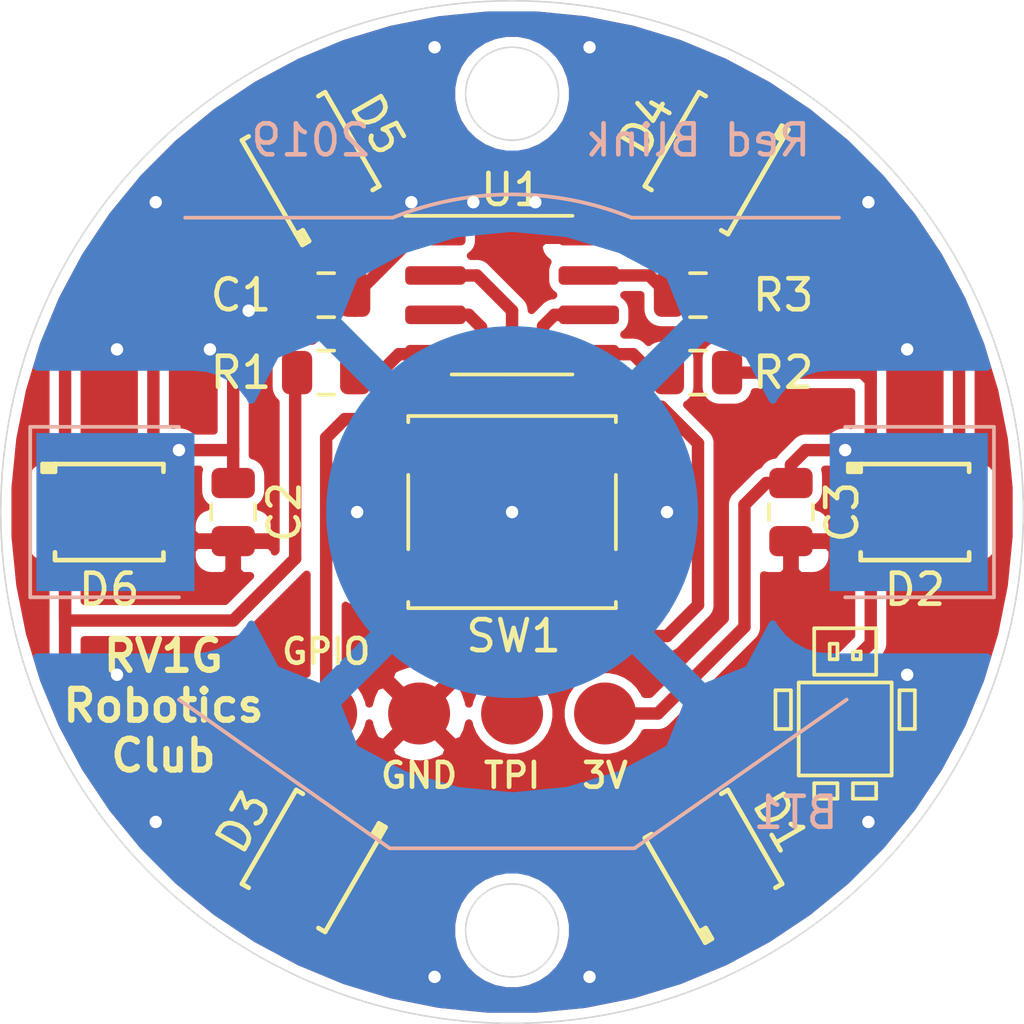
<source format=kicad_pcb>
(kicad_pcb (version 20171130) (host pcbnew "(5.1.4-0)")

  (general
    (thickness 1.6)
    (drawings 42)
    (tracks 112)
    (zones 0)
    (modules 19)
    (nets 12)
  )

  (page A4)
  (layers
    (0 F.Cu signal)
    (31 B.Cu signal hide)
    (32 B.Adhes user)
    (33 F.Adhes user)
    (34 B.Paste user)
    (35 F.Paste user)
    (36 B.SilkS user)
    (37 F.SilkS user)
    (38 B.Mask user)
    (39 F.Mask user)
    (40 Dwgs.User user)
    (41 Cmts.User user)
    (42 Eco1.User user)
    (43 Eco2.User user)
    (44 Edge.Cuts user)
    (45 Margin user)
    (46 B.CrtYd user)
    (47 F.CrtYd user)
    (48 B.Fab user hide)
    (49 F.Fab user hide)
  )

  (setup
    (last_trace_width 0.4)
    (user_trace_width 0.3)
    (user_trace_width 0.4)
    (trace_clearance 0.2)
    (zone_clearance 0.3)
    (zone_45_only no)
    (trace_min 0.2)
    (via_size 0.8)
    (via_drill 0.4)
    (via_min_size 0.4)
    (via_min_drill 0.3)
    (uvia_size 0.3)
    (uvia_drill 0.1)
    (uvias_allowed no)
    (uvia_min_size 0.2)
    (uvia_min_drill 0.1)
    (edge_width 0.05)
    (segment_width 0.2)
    (pcb_text_width 0.3)
    (pcb_text_size 1.5 1.5)
    (mod_edge_width 0.12)
    (mod_text_size 1 1)
    (mod_text_width 0.15)
    (pad_size 5.1 5.1)
    (pad_drill 0)
    (pad_to_mask_clearance 0.051)
    (solder_mask_min_width 0.25)
    (aux_axis_origin 0 0)
    (visible_elements FFFFFF7F)
    (pcbplotparams
      (layerselection 0x010fc_ffffffff)
      (usegerberextensions false)
      (usegerberattributes false)
      (usegerberadvancedattributes false)
      (creategerberjobfile false)
      (excludeedgelayer true)
      (linewidth 0.100000)
      (plotframeref false)
      (viasonmask false)
      (mode 1)
      (useauxorigin false)
      (hpglpennumber 1)
      (hpglpenspeed 20)
      (hpglpendiameter 15.000000)
      (psnegative false)
      (psa4output false)
      (plotreference true)
      (plotvalue true)
      (plotinvisibletext false)
      (padsonsilk false)
      (subtractmaskfromsilk false)
      (outputformat 1)
      (mirror false)
      (drillshape 1)
      (scaleselection 1)
      (outputdirectory ""))
  )

  (net 0 "")
  (net 1 "Net-(BT1-Pad1)")
  (net 2 GND)
  (net 3 "Net-(D1-Pad2)")
  (net 4 "Net-(R1-Pad2)")
  (net 5 "Net-(R2-Pad2)")
  (net 6 "Net-(D1-Pad1)")
  (net 7 "Net-(D2-Pad1)")
  (net 8 "Net-(R3-Pad2)")
  (net 9 "Net-(CON2-Pad1)")
  (net 10 "Net-(CON4-Pad1)")
  (net 11 "Net-(SW1-Pad1)")

  (net_class Default "This is the default net class."
    (clearance 0.2)
    (trace_width 0.25)
    (via_dia 0.8)
    (via_drill 0.4)
    (uvia_dia 0.3)
    (uvia_drill 0.1)
    (add_net GND)
    (add_net "Net-(BT1-Pad1)")
    (add_net "Net-(CON2-Pad1)")
    (add_net "Net-(CON4-Pad1)")
    (add_net "Net-(D1-Pad1)")
    (add_net "Net-(D1-Pad2)")
    (add_net "Net-(D2-Pad1)")
    (add_net "Net-(R1-Pad2)")
    (add_net "Net-(R2-Pad2)")
    (add_net "Net-(R3-Pad2)")
    (add_net "Net-(SW1-Pad1)")
  )

  (module Battery:BatteryHolder_Keystone_3002_1x2032 (layer B.Cu) (tedit 5DE812C2) (tstamp 5DC5ED18)
    (at 144 79 180)
    (descr https://www.tme.eu/it/Document/a823211ec201a9e209042d155fe22d2b/KEYS2996.pdf)
    (tags "BR2016 CR2016 DL2016 BR2020 CL2020 BR2025 CR2025 DL2025 DR2032 CR2032 DL2032")
    (path /5DC992B0)
    (attr smd)
    (fp_text reference BT1 (at -9.15 -9.7) (layer B.SilkS)
      (effects (font (size 1 1) (thickness 0.15)) (justify mirror))
    )
    (fp_text value Battery_Cell (at 0 11) (layer B.Fab)
      (effects (font (size 1 1) (thickness 0.15)) (justify mirror))
    )
    (fp_line (start -15.35 2.55) (end -15.35 -2.55) (layer B.Fab) (width 0.1))
    (fp_line (start -15.35 -2.55) (end -10.55 -2.55) (layer B.Fab) (width 0.1))
    (fp_line (start -15.35 2.55) (end -10.55 2.55) (layer B.Fab) (width 0.1))
    (fp_line (start -10.55 -2.55) (end -10.55 -5.85) (layer B.Fab) (width 0.1))
    (fp_line (start 10.55 -2.55) (end 10.55 -5.9) (layer B.Fab) (width 0.1))
    (fp_line (start -3.8 -10.6) (end 3.8 -10.6) (layer B.Fab) (width 0.1))
    (fp_line (start 10.55 -2.55) (end 15.35 -2.55) (layer B.Fab) (width 0.1))
    (fp_line (start 15.35 -2.55) (end 15.35 2.55) (layer B.Fab) (width 0.1))
    (fp_line (start 15.35 2.55) (end 10.55 2.55) (layer B.Fab) (width 0.1))
    (fp_line (start 10.55 2.55) (end 10.55 9.3) (layer B.Fab) (width 0.1))
    (fp_line (start 10.55 9.3) (end -10.55 9.3) (layer B.Fab) (width 0.1))
    (fp_line (start -10.55 2.55) (end -10.55 9.3) (layer B.Fab) (width 0.1))
    (fp_line (start -10.55 -5.85) (end -3.8 -10.6) (layer B.Fab) (width 0.1))
    (fp_line (start -10.8 -6.05) (end -3.95 -10.85) (layer B.SilkS) (width 0.12))
    (fp_line (start -3.95 -10.85) (end 3.95 -10.85) (layer B.SilkS) (width 0.12))
    (fp_line (start 3.95 -10.85) (end 10.75 -6.05) (layer B.SilkS) (width 0.12))
    (fp_line (start 10.55 -5.9) (end 3.8 -10.6) (layer B.Fab) (width 0.1))
    (fp_circle (center 0 0) (end 10 0) (layer Dwgs.User) (width 0.2))
    (fp_line (start -10.55 9.5) (end -3.85 9.5) (layer B.SilkS) (width 0.12))
    (fp_arc (start 0 0) (end 3.85 9.5) (angle 44.1) (layer B.SilkS) (width 0.12))
    (fp_line (start 10.55 9.5) (end 3.85 9.5) (layer B.SilkS) (width 0.12))
    (fp_line (start -15.85 3.05) (end -11.05 3.05) (layer B.CrtYd) (width 0.05))
    (fp_line (start -11.05 3.05) (end -11.05 9.8) (layer B.CrtYd) (width 0.05))
    (fp_line (start -11.05 9.8) (end -3.9 9.8) (layer B.CrtYd) (width 0.05))
    (fp_arc (start 0 0) (end 3.9 9.8) (angle 43.40107348) (layer B.CrtYd) (width 0.05))
    (fp_line (start 11.05 9.8) (end 3.9 9.8) (layer B.CrtYd) (width 0.05))
    (fp_line (start 11.05 9.8) (end 11.05 3.05) (layer B.CrtYd) (width 0.05))
    (fp_line (start 11.05 3.05) (end 15.85 3.05) (layer B.CrtYd) (width 0.05))
    (fp_line (start 15.85 3.05) (end 15.85 -3.05) (layer B.CrtYd) (width 0.05))
    (fp_line (start 15.85 -3.05) (end 11.05 -3.05) (layer B.CrtYd) (width 0.05))
    (fp_line (start 11.05 -3.05) (end 11.05 -6.35) (layer B.CrtYd) (width 0.05))
    (fp_line (start 11.05 -6.35) (end 4.3 -11.1) (layer B.CrtYd) (width 0.05))
    (fp_line (start 4.3 -11.1) (end -4.3 -11.1) (layer B.CrtYd) (width 0.05))
    (fp_line (start -4.3 -11.1) (end -11.05 -6.35) (layer B.CrtYd) (width 0.05))
    (fp_line (start -11.05 -6.35) (end -11.05 -3.05) (layer B.CrtYd) (width 0.05))
    (fp_line (start -11.05 -3.05) (end -15.85 -3.05) (layer B.CrtYd) (width 0.05))
    (fp_line (start -15.85 -3.05) (end -15.85 3.05) (layer B.CrtYd) (width 0.05))
    (fp_line (start -10.75 2.75) (end -15.55 2.75) (layer B.SilkS) (width 0.12))
    (fp_line (start -15.55 2.75) (end -15.55 -2.75) (layer B.SilkS) (width 0.12))
    (fp_line (start -15.55 -2.75) (end -10.75 -2.75) (layer B.SilkS) (width 0.12))
    (fp_line (start 10.75 -2.75) (end 15.55 -2.75) (layer B.SilkS) (width 0.12))
    (fp_line (start 15.55 -2.75) (end 15.55 2.75) (layer B.SilkS) (width 0.12))
    (fp_line (start 15.55 2.75) (end 10.75 2.75) (layer B.SilkS) (width 0.12))
    (fp_text user %R (at -9.15 -9.7) (layer B.Fab)
      (effects (font (size 1 1) (thickness 0.15)) (justify mirror))
    )
    (pad 2 smd circle (at 0 0 180) (size 12 12) (layers B.Cu B.Mask)
      (net 2 GND) (clearance 3) (thermal_width 1) (thermal_gap 3))
    (pad 1 smd rect (at -12.8 0 180) (size 5.1 5.1) (layers B.Cu B.Paste B.Mask)
      (net 1 "Net-(BT1-Pad1)") (clearance 2))
    (pad 1 smd rect (at 12.8 0 180) (size 5.1 5.1) (layers B.Cu B.Paste B.Mask)
      (net 1 "Net-(BT1-Pad1)") (clearance 2))
    (model ${KISYS3DMOD}/Battery.3dshapes/BatteryHolder_Keystone_3002_1x2032.wrl
      (at (xyz 0 0 0))
      (scale (xyz 1 1 1))
      (rotate (xyz 0 0 0))
    )
  )

  (module Capacitor_SMD:C_0805_2012Metric (layer F.Cu) (tedit 5B36C52B) (tstamp 5DC5ED29)
    (at 138 72 180)
    (descr "Capacitor SMD 0805 (2012 Metric), square (rectangular) end terminal, IPC_7351 nominal, (Body size source: https://docs.google.com/spreadsheets/d/1BsfQQcO9C6DZCsRaXUlFlo91Tg2WpOkGARC1WS5S8t0/edit?usp=sharing), generated with kicad-footprint-generator")
    (tags capacitor)
    (path /5DC999E0)
    (attr smd)
    (fp_text reference C1 (at 2.75 0) (layer F.SilkS)
      (effects (font (size 1 1) (thickness 0.15)))
    )
    (fp_text value 0.1uF (at 0 1.65) (layer F.Fab)
      (effects (font (size 1 1) (thickness 0.15)))
    )
    (fp_text user %R (at 0 0) (layer F.Fab)
      (effects (font (size 0.5 0.5) (thickness 0.08)))
    )
    (fp_line (start 1.68 0.95) (end -1.68 0.95) (layer F.CrtYd) (width 0.05))
    (fp_line (start 1.68 -0.95) (end 1.68 0.95) (layer F.CrtYd) (width 0.05))
    (fp_line (start -1.68 -0.95) (end 1.68 -0.95) (layer F.CrtYd) (width 0.05))
    (fp_line (start -1.68 0.95) (end -1.68 -0.95) (layer F.CrtYd) (width 0.05))
    (fp_line (start -0.258578 0.71) (end 0.258578 0.71) (layer F.SilkS) (width 0.12))
    (fp_line (start -0.258578 -0.71) (end 0.258578 -0.71) (layer F.SilkS) (width 0.12))
    (fp_line (start 1 0.6) (end -1 0.6) (layer F.Fab) (width 0.1))
    (fp_line (start 1 -0.6) (end 1 0.6) (layer F.Fab) (width 0.1))
    (fp_line (start -1 -0.6) (end 1 -0.6) (layer F.Fab) (width 0.1))
    (fp_line (start -1 0.6) (end -1 -0.6) (layer F.Fab) (width 0.1))
    (pad 2 smd roundrect (at 0.9375 0 180) (size 0.975 1.4) (layers F.Cu F.Paste F.Mask) (roundrect_rratio 0.25)
      (net 2 GND))
    (pad 1 smd roundrect (at -0.9375 0 180) (size 0.975 1.4) (layers F.Cu F.Paste F.Mask) (roundrect_rratio 0.25)
      (net 1 "Net-(BT1-Pad1)"))
    (model ${KISYS3DMOD}/Capacitor_SMD.3dshapes/C_0805_2012Metric.wrl
      (at (xyz 0 0 0))
      (scale (xyz 1 1 1))
      (rotate (xyz 0 0 0))
    )
  )

  (module Resistor_SMD:R_0805_2012Metric (layer F.Cu) (tedit 5B36C52B) (tstamp 5DC5ED51)
    (at 138 74.5)
    (descr "Resistor SMD 0805 (2012 Metric), square (rectangular) end terminal, IPC_7351 nominal, (Body size source: https://docs.google.com/spreadsheets/d/1BsfQQcO9C6DZCsRaXUlFlo91Tg2WpOkGARC1WS5S8t0/edit?usp=sharing), generated with kicad-footprint-generator")
    (tags resistor)
    (path /5DC9ECDF)
    (attr smd)
    (fp_text reference R1 (at -2.75 0) (layer F.SilkS)
      (effects (font (size 1 1) (thickness 0.15)))
    )
    (fp_text value 100 (at 0 1.65) (layer F.Fab)
      (effects (font (size 1 1) (thickness 0.15)))
    )
    (fp_text user %R (at 0 0) (layer F.Fab)
      (effects (font (size 0.5 0.5) (thickness 0.08)))
    )
    (fp_line (start 1.68 0.95) (end -1.68 0.95) (layer F.CrtYd) (width 0.05))
    (fp_line (start 1.68 -0.95) (end 1.68 0.95) (layer F.CrtYd) (width 0.05))
    (fp_line (start -1.68 -0.95) (end 1.68 -0.95) (layer F.CrtYd) (width 0.05))
    (fp_line (start -1.68 0.95) (end -1.68 -0.95) (layer F.CrtYd) (width 0.05))
    (fp_line (start -0.258578 0.71) (end 0.258578 0.71) (layer F.SilkS) (width 0.12))
    (fp_line (start -0.258578 -0.71) (end 0.258578 -0.71) (layer F.SilkS) (width 0.12))
    (fp_line (start 1 0.6) (end -1 0.6) (layer F.Fab) (width 0.1))
    (fp_line (start 1 -0.6) (end 1 0.6) (layer F.Fab) (width 0.1))
    (fp_line (start -1 -0.6) (end 1 -0.6) (layer F.Fab) (width 0.1))
    (fp_line (start -1 0.6) (end -1 -0.6) (layer F.Fab) (width 0.1))
    (pad 2 smd roundrect (at 0.9375 0) (size 0.975 1.4) (layers F.Cu F.Paste F.Mask) (roundrect_rratio 0.25)
      (net 4 "Net-(R1-Pad2)"))
    (pad 1 smd roundrect (at -0.9375 0) (size 0.975 1.4) (layers F.Cu F.Paste F.Mask) (roundrect_rratio 0.25)
      (net 3 "Net-(D1-Pad2)"))
    (model ${KISYS3DMOD}/Resistor_SMD.3dshapes/R_0805_2012Metric.wrl
      (at (xyz 0 0 0))
      (scale (xyz 1 1 1))
      (rotate (xyz 0 0 0))
    )
  )

  (module Resistor_SMD:R_0805_2012Metric (layer F.Cu) (tedit 5B36C52B) (tstamp 5DC5ED62)
    (at 150 74.5 180)
    (descr "Resistor SMD 0805 (2012 Metric), square (rectangular) end terminal, IPC_7351 nominal, (Body size source: https://docs.google.com/spreadsheets/d/1BsfQQcO9C6DZCsRaXUlFlo91Tg2WpOkGARC1WS5S8t0/edit?usp=sharing), generated with kicad-footprint-generator")
    (tags resistor)
    (path /5DC9F284)
    (attr smd)
    (fp_text reference R2 (at -2.75 0) (layer F.SilkS)
      (effects (font (size 1 1) (thickness 0.15)))
    )
    (fp_text value 100 (at 0 1.65) (layer F.Fab)
      (effects (font (size 1 1) (thickness 0.15)))
    )
    (fp_text user %R (at 0 0) (layer F.Fab)
      (effects (font (size 0.5 0.5) (thickness 0.08)))
    )
    (fp_line (start 1.68 0.95) (end -1.68 0.95) (layer F.CrtYd) (width 0.05))
    (fp_line (start 1.68 -0.95) (end 1.68 0.95) (layer F.CrtYd) (width 0.05))
    (fp_line (start -1.68 -0.95) (end 1.68 -0.95) (layer F.CrtYd) (width 0.05))
    (fp_line (start -1.68 0.95) (end -1.68 -0.95) (layer F.CrtYd) (width 0.05))
    (fp_line (start -0.258578 0.71) (end 0.258578 0.71) (layer F.SilkS) (width 0.12))
    (fp_line (start -0.258578 -0.71) (end 0.258578 -0.71) (layer F.SilkS) (width 0.12))
    (fp_line (start 1 0.6) (end -1 0.6) (layer F.Fab) (width 0.1))
    (fp_line (start 1 -0.6) (end 1 0.6) (layer F.Fab) (width 0.1))
    (fp_line (start -1 -0.6) (end 1 -0.6) (layer F.Fab) (width 0.1))
    (fp_line (start -1 0.6) (end -1 -0.6) (layer F.Fab) (width 0.1))
    (pad 2 smd roundrect (at 0.9375 0 180) (size 0.975 1.4) (layers F.Cu F.Paste F.Mask) (roundrect_rratio 0.25)
      (net 5 "Net-(R2-Pad2)"))
    (pad 1 smd roundrect (at -0.9375 0 180) (size 0.975 1.4) (layers F.Cu F.Paste F.Mask) (roundrect_rratio 0.25)
      (net 6 "Net-(D1-Pad1)"))
    (model ${KISYS3DMOD}/Resistor_SMD.3dshapes/R_0805_2012Metric.wrl
      (at (xyz 0 0 0))
      (scale (xyz 1 1 1))
      (rotate (xyz 0 0 0))
    )
  )

  (module Resistor_SMD:R_0805_2012Metric (layer F.Cu) (tedit 5B36C52B) (tstamp 5DC5ED73)
    (at 150 72 180)
    (descr "Resistor SMD 0805 (2012 Metric), square (rectangular) end terminal, IPC_7351 nominal, (Body size source: https://docs.google.com/spreadsheets/d/1BsfQQcO9C6DZCsRaXUlFlo91Tg2WpOkGARC1WS5S8t0/edit?usp=sharing), generated with kicad-footprint-generator")
    (tags resistor)
    (path /5DC9F4CB)
    (attr smd)
    (fp_text reference R3 (at -2.75 0) (layer F.SilkS)
      (effects (font (size 1 1) (thickness 0.15)))
    )
    (fp_text value 100 (at 0 1.65) (layer F.Fab)
      (effects (font (size 1 1) (thickness 0.15)))
    )
    (fp_text user %R (at 0 0) (layer F.Fab)
      (effects (font (size 0.5 0.5) (thickness 0.08)))
    )
    (fp_line (start 1.68 0.95) (end -1.68 0.95) (layer F.CrtYd) (width 0.05))
    (fp_line (start 1.68 -0.95) (end 1.68 0.95) (layer F.CrtYd) (width 0.05))
    (fp_line (start -1.68 -0.95) (end 1.68 -0.95) (layer F.CrtYd) (width 0.05))
    (fp_line (start -1.68 0.95) (end -1.68 -0.95) (layer F.CrtYd) (width 0.05))
    (fp_line (start -0.258578 0.71) (end 0.258578 0.71) (layer F.SilkS) (width 0.12))
    (fp_line (start -0.258578 -0.71) (end 0.258578 -0.71) (layer F.SilkS) (width 0.12))
    (fp_line (start 1 0.6) (end -1 0.6) (layer F.Fab) (width 0.1))
    (fp_line (start 1 -0.6) (end 1 0.6) (layer F.Fab) (width 0.1))
    (fp_line (start -1 -0.6) (end 1 -0.6) (layer F.Fab) (width 0.1))
    (fp_line (start -1 0.6) (end -1 -0.6) (layer F.Fab) (width 0.1))
    (pad 2 smd roundrect (at 0.9375 0 180) (size 0.975 1.4) (layers F.Cu F.Paste F.Mask) (roundrect_rratio 0.25)
      (net 8 "Net-(R3-Pad2)"))
    (pad 1 smd roundrect (at -0.9375 0 180) (size 0.975 1.4) (layers F.Cu F.Paste F.Mask) (roundrect_rratio 0.25)
      (net 7 "Net-(D2-Pad1)"))
    (model ${KISYS3DMOD}/Resistor_SMD.3dshapes/R_0805_2012Metric.wrl
      (at (xyz 0 0 0))
      (scale (xyz 1 1 1))
      (rotate (xyz 0 0 0))
    )
  )

  (module Package_SO:SOIC-8_3.9x4.9mm_P1.27mm (layer F.Cu) (tedit 5C97300E) (tstamp 5DC5ED8D)
    (at 144 72)
    (descr "SOIC, 8 Pin (JEDEC MS-012AA, https://www.analog.com/media/en/package-pcb-resources/package/pkg_pdf/soic_narrow-r/r_8.pdf), generated with kicad-footprint-generator ipc_gullwing_generator.py")
    (tags "SOIC SO")
    (path /5DC981FC)
    (attr smd)
    (fp_text reference U1 (at 0 -3.4) (layer F.SilkS)
      (effects (font (size 1 1) (thickness 0.15)))
    )
    (fp_text value ATtiny402-SS (at 0 3.4) (layer F.Fab)
      (effects (font (size 1 1) (thickness 0.15)))
    )
    (fp_text user %R (at 0 0) (layer F.Fab)
      (effects (font (size 0.98 0.98) (thickness 0.15)))
    )
    (fp_line (start 3.7 -2.7) (end -3.7 -2.7) (layer F.CrtYd) (width 0.05))
    (fp_line (start 3.7 2.7) (end 3.7 -2.7) (layer F.CrtYd) (width 0.05))
    (fp_line (start -3.7 2.7) (end 3.7 2.7) (layer F.CrtYd) (width 0.05))
    (fp_line (start -3.7 -2.7) (end -3.7 2.7) (layer F.CrtYd) (width 0.05))
    (fp_line (start -1.95 -1.475) (end -0.975 -2.45) (layer F.Fab) (width 0.1))
    (fp_line (start -1.95 2.45) (end -1.95 -1.475) (layer F.Fab) (width 0.1))
    (fp_line (start 1.95 2.45) (end -1.95 2.45) (layer F.Fab) (width 0.1))
    (fp_line (start 1.95 -2.45) (end 1.95 2.45) (layer F.Fab) (width 0.1))
    (fp_line (start -0.975 -2.45) (end 1.95 -2.45) (layer F.Fab) (width 0.1))
    (fp_line (start 0 -2.56) (end -3.45 -2.56) (layer F.SilkS) (width 0.12))
    (fp_line (start 0 -2.56) (end 1.95 -2.56) (layer F.SilkS) (width 0.12))
    (fp_line (start 0 2.56) (end -1.95 2.56) (layer F.SilkS) (width 0.12))
    (fp_line (start 0 2.56) (end 1.95 2.56) (layer F.SilkS) (width 0.12))
    (pad 8 smd roundrect (at 2.475 -1.905) (size 1.95 0.6) (layers F.Cu F.Paste F.Mask) (roundrect_rratio 0.25)
      (net 2 GND))
    (pad 7 smd roundrect (at 2.475 -0.635) (size 1.95 0.6) (layers F.Cu F.Paste F.Mask) (roundrect_rratio 0.25)
      (net 8 "Net-(R3-Pad2)"))
    (pad 6 smd roundrect (at 2.475 0.635) (size 1.95 0.6) (layers F.Cu F.Paste F.Mask) (roundrect_rratio 0.25)
      (net 9 "Net-(CON2-Pad1)"))
    (pad 5 smd roundrect (at 2.475 1.905) (size 1.95 0.6) (layers F.Cu F.Paste F.Mask) (roundrect_rratio 0.25)
      (net 5 "Net-(R2-Pad2)"))
    (pad 4 smd roundrect (at -2.475 1.905) (size 1.95 0.6) (layers F.Cu F.Paste F.Mask) (roundrect_rratio 0.25)
      (net 4 "Net-(R1-Pad2)"))
    (pad 3 smd roundrect (at -2.475 0.635) (size 1.95 0.6) (layers F.Cu F.Paste F.Mask) (roundrect_rratio 0.25)
      (net 10 "Net-(CON4-Pad1)"))
    (pad 2 smd roundrect (at -2.475 -0.635) (size 1.95 0.6) (layers F.Cu F.Paste F.Mask) (roundrect_rratio 0.25)
      (net 11 "Net-(SW1-Pad1)"))
    (pad 1 smd roundrect (at -2.475 -1.905) (size 1.95 0.6) (layers F.Cu F.Paste F.Mask) (roundrect_rratio 0.25)
      (net 1 "Net-(BT1-Pad1)"))
    (model ${KISYS3DMOD}/Package_SO.3dshapes/SOIC-8_3.9x4.9mm_P1.27mm.wrl
      (at (xyz 0 0 0))
      (scale (xyz 1 1 1))
      (rotate (xyz 0 0 0))
    )
  )

  (module janis:LED_3528 (layer F.Cu) (tedit 5DE7FED1) (tstamp 5DE86042)
    (at 150.5 90.25833 120)
    (path /5DC9FCAF)
    (fp_text reference D1 (at 0 2.5 120) (layer F.SilkS)
      (effects (font (size 1 1) (thickness 0.15)))
    )
    (fp_text value LED (at 0 -2.5 120) (layer F.Fab)
      (effects (font (size 1 1) (thickness 0.15)))
    )
    (fp_line (start -2.15 -1.45) (end -1.75 -1.45) (layer F.SilkS) (width 0.15))
    (fp_line (start -2.15 -1.55) (end -1.7 -1.55) (layer F.SilkS) (width 0.15))
    (fp_line (start -2.15 -1.3) (end -2.15 -1.55) (layer F.SilkS) (width 0.15))
    (fp_line (start -1.75 -1.3) (end -2.15 -1.3) (layer F.SilkS) (width 0.15))
    (fp_line (start 1.75 1.55) (end 1.75 1.3) (layer F.SilkS) (width 0.15))
    (fp_line (start -1.75 1.55) (end 1.75 1.55) (layer F.SilkS) (width 0.15))
    (fp_line (start -1.75 1.3) (end -1.75 1.55) (layer F.SilkS) (width 0.15))
    (fp_line (start 1.75 -1.55) (end 1.75 -1.3) (layer F.SilkS) (width 0.15))
    (fp_line (start -1.75 -1.55) (end 1.75 -1.55) (layer F.SilkS) (width 0.15))
    (fp_line (start -1.75 -1.3) (end -1.75 -1.55) (layer F.SilkS) (width 0.15))
    (fp_circle (center 0 0) (end 0 -1) (layer F.Fab) (width 0.12))
    (fp_line (start 1.75 -1.1) (end 1.6 -1.1) (layer F.Fab) (width 0.12))
    (fp_line (start 1.75 1.1) (end 1.75 -1.1) (layer F.Fab) (width 0.12))
    (fp_line (start 1.6 1.1) (end 1.75 1.1) (layer F.Fab) (width 0.12))
    (fp_line (start -1.75 1.1) (end -1.6 1.1) (layer F.Fab) (width 0.12))
    (fp_line (start -1.75 -1.1) (end -1.75 1.1) (layer F.Fab) (width 0.12))
    (fp_line (start -1.6 -1.1) (end -1.75 -1.1) (layer F.Fab) (width 0.12))
    (fp_line (start 1.6 -1.4) (end -1.6 -1.4) (layer F.Fab) (width 0.12))
    (fp_line (start 1.6 1.4) (end 1.6 -1.4) (layer F.Fab) (width 0.12))
    (fp_line (start -1.6 1.4) (end 1.6 1.4) (layer F.Fab) (width 0.12))
    (fp_line (start -1.6 -1.4) (end -1.6 1.4) (layer F.Fab) (width 0.12))
    (pad 1 smd rect (at 1.425 0 120) (size 1.6 2.4) (layers F.Cu F.Paste F.Mask)
      (net 6 "Net-(D1-Pad1)"))
    (pad 2 smd rect (at -1.425 0 120) (size 1.6 2.4) (layers F.Cu F.Paste F.Mask)
      (net 3 "Net-(D1-Pad2)"))
  )

  (module janis:LED_3528 (layer F.Cu) (tedit 5DE7FED1) (tstamp 5DE8605C)
    (at 157 79)
    (path /5DCA0D9E)
    (fp_text reference D2 (at 0 2.5) (layer F.SilkS)
      (effects (font (size 1 1) (thickness 0.15)))
    )
    (fp_text value LED (at 0 -2.5) (layer F.Fab)
      (effects (font (size 1 1) (thickness 0.15)))
    )
    (fp_line (start -2.15 -1.45) (end -1.75 -1.45) (layer F.SilkS) (width 0.15))
    (fp_line (start -2.15 -1.55) (end -1.7 -1.55) (layer F.SilkS) (width 0.15))
    (fp_line (start -2.15 -1.3) (end -2.15 -1.55) (layer F.SilkS) (width 0.15))
    (fp_line (start -1.75 -1.3) (end -2.15 -1.3) (layer F.SilkS) (width 0.15))
    (fp_line (start 1.75 1.55) (end 1.75 1.3) (layer F.SilkS) (width 0.15))
    (fp_line (start -1.75 1.55) (end 1.75 1.55) (layer F.SilkS) (width 0.15))
    (fp_line (start -1.75 1.3) (end -1.75 1.55) (layer F.SilkS) (width 0.15))
    (fp_line (start 1.75 -1.55) (end 1.75 -1.3) (layer F.SilkS) (width 0.15))
    (fp_line (start -1.75 -1.55) (end 1.75 -1.55) (layer F.SilkS) (width 0.15))
    (fp_line (start -1.75 -1.3) (end -1.75 -1.55) (layer F.SilkS) (width 0.15))
    (fp_circle (center 0 0) (end 0 -1) (layer F.Fab) (width 0.12))
    (fp_line (start 1.75 -1.1) (end 1.6 -1.1) (layer F.Fab) (width 0.12))
    (fp_line (start 1.75 1.1) (end 1.75 -1.1) (layer F.Fab) (width 0.12))
    (fp_line (start 1.6 1.1) (end 1.75 1.1) (layer F.Fab) (width 0.12))
    (fp_line (start -1.75 1.1) (end -1.6 1.1) (layer F.Fab) (width 0.12))
    (fp_line (start -1.75 -1.1) (end -1.75 1.1) (layer F.Fab) (width 0.12))
    (fp_line (start -1.6 -1.1) (end -1.75 -1.1) (layer F.Fab) (width 0.12))
    (fp_line (start 1.6 -1.4) (end -1.6 -1.4) (layer F.Fab) (width 0.12))
    (fp_line (start 1.6 1.4) (end 1.6 -1.4) (layer F.Fab) (width 0.12))
    (fp_line (start -1.6 1.4) (end 1.6 1.4) (layer F.Fab) (width 0.12))
    (fp_line (start -1.6 -1.4) (end -1.6 1.4) (layer F.Fab) (width 0.12))
    (pad 1 smd rect (at 1.425 0) (size 1.6 2.4) (layers F.Cu F.Paste F.Mask)
      (net 7 "Net-(D2-Pad1)"))
    (pad 2 smd rect (at -1.425 0) (size 1.6 2.4) (layers F.Cu F.Paste F.Mask)
      (net 6 "Net-(D1-Pad1)"))
  )

  (module janis:LED_3528 (layer F.Cu) (tedit 5DE7FED1) (tstamp 5DE86076)
    (at 137.500001 90.25833 240)
    (path /5DCA22F8)
    (fp_text reference D3 (at 0 2.5 60) (layer F.SilkS)
      (effects (font (size 1 1) (thickness 0.15)))
    )
    (fp_text value LED (at 0 -2.5 60) (layer F.Fab)
      (effects (font (size 1 1) (thickness 0.15)))
    )
    (fp_line (start -2.15 -1.45) (end -1.75 -1.45) (layer F.SilkS) (width 0.15))
    (fp_line (start -2.15 -1.55) (end -1.7 -1.55) (layer F.SilkS) (width 0.15))
    (fp_line (start -2.15 -1.3) (end -2.15 -1.55) (layer F.SilkS) (width 0.15))
    (fp_line (start -1.75 -1.3) (end -2.15 -1.3) (layer F.SilkS) (width 0.15))
    (fp_line (start 1.75 1.55) (end 1.75 1.3) (layer F.SilkS) (width 0.15))
    (fp_line (start -1.75 1.55) (end 1.75 1.55) (layer F.SilkS) (width 0.15))
    (fp_line (start -1.75 1.3) (end -1.75 1.55) (layer F.SilkS) (width 0.15))
    (fp_line (start 1.75 -1.55) (end 1.75 -1.3) (layer F.SilkS) (width 0.15))
    (fp_line (start -1.75 -1.55) (end 1.75 -1.55) (layer F.SilkS) (width 0.15))
    (fp_line (start -1.75 -1.3) (end -1.75 -1.55) (layer F.SilkS) (width 0.15))
    (fp_circle (center 0 0) (end 0 -1) (layer F.Fab) (width 0.12))
    (fp_line (start 1.75 -1.1) (end 1.6 -1.1) (layer F.Fab) (width 0.12))
    (fp_line (start 1.75 1.1) (end 1.75 -1.1) (layer F.Fab) (width 0.12))
    (fp_line (start 1.6 1.1) (end 1.75 1.1) (layer F.Fab) (width 0.12))
    (fp_line (start -1.75 1.1) (end -1.6 1.1) (layer F.Fab) (width 0.12))
    (fp_line (start -1.75 -1.1) (end -1.75 1.1) (layer F.Fab) (width 0.12))
    (fp_line (start -1.6 -1.1) (end -1.75 -1.1) (layer F.Fab) (width 0.12))
    (fp_line (start 1.6 -1.4) (end -1.6 -1.4) (layer F.Fab) (width 0.12))
    (fp_line (start 1.6 1.4) (end 1.6 -1.4) (layer F.Fab) (width 0.12))
    (fp_line (start -1.6 1.4) (end 1.6 1.4) (layer F.Fab) (width 0.12))
    (fp_line (start -1.6 -1.4) (end -1.6 1.4) (layer F.Fab) (width 0.12))
    (pad 1 smd rect (at 1.425 0 240) (size 1.6 2.4) (layers F.Cu F.Paste F.Mask)
      (net 3 "Net-(D1-Pad2)"))
    (pad 2 smd rect (at -1.425 0 240) (size 1.6 2.4) (layers F.Cu F.Paste F.Mask)
      (net 6 "Net-(D1-Pad1)"))
  )

  (module janis:LED_3528 (layer F.Cu) (tedit 5DE7FED1) (tstamp 5DE86090)
    (at 150.5 67.74167 240)
    (path /5DCA2835)
    (fp_text reference D4 (at 0 2.5 60) (layer F.SilkS)
      (effects (font (size 1 1) (thickness 0.15)))
    )
    (fp_text value LED (at 0 -2.5 60) (layer F.Fab)
      (effects (font (size 1 1) (thickness 0.15)))
    )
    (fp_line (start -2.15 -1.45) (end -1.75 -1.45) (layer F.SilkS) (width 0.15))
    (fp_line (start -2.15 -1.55) (end -1.7 -1.55) (layer F.SilkS) (width 0.15))
    (fp_line (start -2.15 -1.3) (end -2.15 -1.55) (layer F.SilkS) (width 0.15))
    (fp_line (start -1.75 -1.3) (end -2.15 -1.3) (layer F.SilkS) (width 0.15))
    (fp_line (start 1.75 1.55) (end 1.75 1.3) (layer F.SilkS) (width 0.15))
    (fp_line (start -1.75 1.55) (end 1.75 1.55) (layer F.SilkS) (width 0.15))
    (fp_line (start -1.75 1.3) (end -1.75 1.55) (layer F.SilkS) (width 0.15))
    (fp_line (start 1.75 -1.55) (end 1.75 -1.3) (layer F.SilkS) (width 0.15))
    (fp_line (start -1.75 -1.55) (end 1.75 -1.55) (layer F.SilkS) (width 0.15))
    (fp_line (start -1.75 -1.3) (end -1.75 -1.55) (layer F.SilkS) (width 0.15))
    (fp_circle (center 0 0) (end 0 -1) (layer F.Fab) (width 0.12))
    (fp_line (start 1.75 -1.1) (end 1.6 -1.1) (layer F.Fab) (width 0.12))
    (fp_line (start 1.75 1.1) (end 1.75 -1.1) (layer F.Fab) (width 0.12))
    (fp_line (start 1.6 1.1) (end 1.75 1.1) (layer F.Fab) (width 0.12))
    (fp_line (start -1.75 1.1) (end -1.6 1.1) (layer F.Fab) (width 0.12))
    (fp_line (start -1.75 -1.1) (end -1.75 1.1) (layer F.Fab) (width 0.12))
    (fp_line (start -1.6 -1.1) (end -1.75 -1.1) (layer F.Fab) (width 0.12))
    (fp_line (start 1.6 -1.4) (end -1.6 -1.4) (layer F.Fab) (width 0.12))
    (fp_line (start 1.6 1.4) (end 1.6 -1.4) (layer F.Fab) (width 0.12))
    (fp_line (start -1.6 1.4) (end 1.6 1.4) (layer F.Fab) (width 0.12))
    (fp_line (start -1.6 -1.4) (end -1.6 1.4) (layer F.Fab) (width 0.12))
    (pad 1 smd rect (at 1.425 0 240) (size 1.6 2.4) (layers F.Cu F.Paste F.Mask)
      (net 6 "Net-(D1-Pad1)"))
    (pad 2 smd rect (at -1.425 0 240) (size 1.6 2.4) (layers F.Cu F.Paste F.Mask)
      (net 7 "Net-(D2-Pad1)"))
  )

  (module janis:LED_3528 (layer F.Cu) (tedit 5DE7FED1) (tstamp 5DE860AA)
    (at 137.5 67.74167 120)
    (path /5DCA3D76)
    (fp_text reference D5 (at 0 2.5 120) (layer F.SilkS)
      (effects (font (size 1 1) (thickness 0.15)))
    )
    (fp_text value LED (at 0 -2.5 120) (layer F.Fab)
      (effects (font (size 1 1) (thickness 0.15)))
    )
    (fp_line (start -2.15 -1.45) (end -1.75 -1.45) (layer F.SilkS) (width 0.15))
    (fp_line (start -2.15 -1.55) (end -1.7 -1.55) (layer F.SilkS) (width 0.15))
    (fp_line (start -2.15 -1.3) (end -2.15 -1.55) (layer F.SilkS) (width 0.15))
    (fp_line (start -1.75 -1.3) (end -2.15 -1.3) (layer F.SilkS) (width 0.15))
    (fp_line (start 1.75 1.55) (end 1.75 1.3) (layer F.SilkS) (width 0.15))
    (fp_line (start -1.75 1.55) (end 1.75 1.55) (layer F.SilkS) (width 0.15))
    (fp_line (start -1.75 1.3) (end -1.75 1.55) (layer F.SilkS) (width 0.15))
    (fp_line (start 1.75 -1.55) (end 1.75 -1.3) (layer F.SilkS) (width 0.15))
    (fp_line (start -1.75 -1.55) (end 1.75 -1.55) (layer F.SilkS) (width 0.15))
    (fp_line (start -1.75 -1.3) (end -1.75 -1.55) (layer F.SilkS) (width 0.15))
    (fp_circle (center 0 0) (end 0 -1) (layer F.Fab) (width 0.12))
    (fp_line (start 1.75 -1.1) (end 1.6 -1.1) (layer F.Fab) (width 0.12))
    (fp_line (start 1.75 1.1) (end 1.75 -1.1) (layer F.Fab) (width 0.12))
    (fp_line (start 1.6 1.1) (end 1.75 1.1) (layer F.Fab) (width 0.12))
    (fp_line (start -1.75 1.1) (end -1.6 1.1) (layer F.Fab) (width 0.12))
    (fp_line (start -1.75 -1.1) (end -1.75 1.1) (layer F.Fab) (width 0.12))
    (fp_line (start -1.6 -1.1) (end -1.75 -1.1) (layer F.Fab) (width 0.12))
    (fp_line (start 1.6 -1.4) (end -1.6 -1.4) (layer F.Fab) (width 0.12))
    (fp_line (start 1.6 1.4) (end 1.6 -1.4) (layer F.Fab) (width 0.12))
    (fp_line (start -1.6 1.4) (end 1.6 1.4) (layer F.Fab) (width 0.12))
    (fp_line (start -1.6 -1.4) (end -1.6 1.4) (layer F.Fab) (width 0.12))
    (pad 1 smd rect (at 1.425 0 120) (size 1.6 2.4) (layers F.Cu F.Paste F.Mask)
      (net 3 "Net-(D1-Pad2)"))
    (pad 2 smd rect (at -1.425 0 120) (size 1.6 2.4) (layers F.Cu F.Paste F.Mask)
      (net 7 "Net-(D2-Pad1)"))
  )

  (module janis:LED_3528 (layer F.Cu) (tedit 5DE7FED1) (tstamp 5DE860C4)
    (at 131 79)
    (path /5DCA4204)
    (fp_text reference D6 (at 0 2.5) (layer F.SilkS)
      (effects (font (size 1 1) (thickness 0.15)))
    )
    (fp_text value LED (at 0 -2.5) (layer F.Fab)
      (effects (font (size 1 1) (thickness 0.15)))
    )
    (fp_line (start -2.15 -1.45) (end -1.75 -1.45) (layer F.SilkS) (width 0.15))
    (fp_line (start -2.15 -1.55) (end -1.7 -1.55) (layer F.SilkS) (width 0.15))
    (fp_line (start -2.15 -1.3) (end -2.15 -1.55) (layer F.SilkS) (width 0.15))
    (fp_line (start -1.75 -1.3) (end -2.15 -1.3) (layer F.SilkS) (width 0.15))
    (fp_line (start 1.75 1.55) (end 1.75 1.3) (layer F.SilkS) (width 0.15))
    (fp_line (start -1.75 1.55) (end 1.75 1.55) (layer F.SilkS) (width 0.15))
    (fp_line (start -1.75 1.3) (end -1.75 1.55) (layer F.SilkS) (width 0.15))
    (fp_line (start 1.75 -1.55) (end 1.75 -1.3) (layer F.SilkS) (width 0.15))
    (fp_line (start -1.75 -1.55) (end 1.75 -1.55) (layer F.SilkS) (width 0.15))
    (fp_line (start -1.75 -1.3) (end -1.75 -1.55) (layer F.SilkS) (width 0.15))
    (fp_circle (center 0 0) (end 0 -1) (layer F.Fab) (width 0.12))
    (fp_line (start 1.75 -1.1) (end 1.6 -1.1) (layer F.Fab) (width 0.12))
    (fp_line (start 1.75 1.1) (end 1.75 -1.1) (layer F.Fab) (width 0.12))
    (fp_line (start 1.6 1.1) (end 1.75 1.1) (layer F.Fab) (width 0.12))
    (fp_line (start -1.75 1.1) (end -1.6 1.1) (layer F.Fab) (width 0.12))
    (fp_line (start -1.75 -1.1) (end -1.75 1.1) (layer F.Fab) (width 0.12))
    (fp_line (start -1.6 -1.1) (end -1.75 -1.1) (layer F.Fab) (width 0.12))
    (fp_line (start 1.6 -1.4) (end -1.6 -1.4) (layer F.Fab) (width 0.12))
    (fp_line (start 1.6 1.4) (end 1.6 -1.4) (layer F.Fab) (width 0.12))
    (fp_line (start -1.6 1.4) (end 1.6 1.4) (layer F.Fab) (width 0.12))
    (fp_line (start -1.6 -1.4) (end -1.6 1.4) (layer F.Fab) (width 0.12))
    (pad 1 smd rect (at 1.425 0) (size 1.6 2.4) (layers F.Cu F.Paste F.Mask)
      (net 7 "Net-(D2-Pad1)"))
    (pad 2 smd rect (at -1.425 0) (size 1.6 2.4) (layers F.Cu F.Paste F.Mask)
      (net 3 "Net-(D1-Pad2)"))
  )

  (module Raksts_Test:TestPoint_2.00mm (layer F.Cu) (tedit 5AD39357) (tstamp 5DEC76E5)
    (at 147 85.5)
    (path /5DE8D4BC)
    (fp_text reference CON1 (at 0 -1.5) (layer F.SilkS) hide
      (effects (font (size 0.5 0.5) (thickness 0.1)))
    )
    (fp_text value 1PIN (at 0 1.5) (layer F.Fab)
      (effects (font (size 0.5 0.5) (thickness 0.1)))
    )
    (pad 1 smd circle (at 0 0) (size 2 2) (layers F.Cu F.Mask)
      (net 1 "Net-(BT1-Pad1)") (solder_mask_margin 0.05))
  )

  (module Raksts_Test:TestPoint_2.00mm (layer F.Cu) (tedit 5AD39357) (tstamp 5DEC76EA)
    (at 144 85.5)
    (path /5DE8DDE1)
    (fp_text reference CON2 (at 0 -1.5) (layer F.SilkS) hide
      (effects (font (size 0.5 0.5) (thickness 0.1)))
    )
    (fp_text value 1PIN (at 0 1.5) (layer F.Fab)
      (effects (font (size 0.5 0.5) (thickness 0.1)))
    )
    (pad 1 smd circle (at 0 0) (size 2 2) (layers F.Cu F.Mask)
      (net 9 "Net-(CON2-Pad1)") (solder_mask_margin 0.05))
  )

  (module Raksts_Test:TestPoint_2.00mm (layer F.Cu) (tedit 5AD39357) (tstamp 5DEC76EF)
    (at 141 85.5)
    (path /5DE8DF50)
    (fp_text reference CON3 (at 0 -1.5) (layer F.SilkS) hide
      (effects (font (size 0.5 0.5) (thickness 0.1)))
    )
    (fp_text value 1PIN (at 0 1.5) (layer F.Fab)
      (effects (font (size 0.5 0.5) (thickness 0.1)))
    )
    (pad 1 smd circle (at 0 0) (size 2 2) (layers F.Cu F.Mask)
      (net 2 GND) (solder_mask_margin 0.05))
  )

  (module Raksts_Test:TestPoint_2.00mm (layer F.Cu) (tedit 5AD39357) (tstamp 5DEC7F63)
    (at 138 85.5)
    (path /5DE96BE7)
    (fp_text reference CON4 (at 0 -1.5) (layer F.SilkS) hide
      (effects (font (size 0.5 0.5) (thickness 0.1)))
    )
    (fp_text value 1PIN (at 0 1.5) (layer F.Fab)
      (effects (font (size 0.5 0.5) (thickness 0.1)))
    )
    (pad 1 smd circle (at 0 0) (size 2 2) (layers F.Cu F.Mask)
      (net 10 "Net-(CON4-Pad1)") (solder_mask_margin 0.05))
  )

  (module Button_Switch_SMD:SW_SPST_EVQQ2 (layer F.Cu) (tedit 5872491A) (tstamp 5DEC77D7)
    (at 144 79)
    (descr "Light Touch Switch, https://industrial.panasonic.com/cdbs/www-data/pdf/ATK0000/ATK0000CE28.pdf")
    (path /5DE99C0F)
    (attr smd)
    (fp_text reference SW1 (at 0.05 4) (layer F.SilkS)
      (effects (font (size 1 1) (thickness 0.15)))
    )
    (fp_text value SWT-2 (at 0 4.25) (layer F.Fab)
      (effects (font (size 1 1) (thickness 0.15)))
    )
    (fp_line (start -3.25 -3) (end 3.25 -3) (layer F.Fab) (width 0.1))
    (fp_line (start 3.25 -3) (end 3.25 3) (layer F.Fab) (width 0.1))
    (fp_line (start 3.25 3) (end -3.25 3) (layer F.Fab) (width 0.1))
    (fp_line (start -3.25 3) (end -3.25 -3) (layer F.Fab) (width 0.1))
    (fp_text user %R (at 0.05 -3.95) (layer F.Fab)
      (effects (font (size 1 1) (thickness 0.15)))
    )
    (fp_line (start -5.25 -3.25) (end 5.25 -3.25) (layer F.CrtYd) (width 0.05))
    (fp_line (start 5.25 -3.25) (end 5.25 3.25) (layer F.CrtYd) (width 0.05))
    (fp_line (start 5.25 3.25) (end -5.25 3.25) (layer F.CrtYd) (width 0.05))
    (fp_line (start -5.25 3.25) (end -5.25 -3.25) (layer F.CrtYd) (width 0.05))
    (fp_line (start 3.35 -3.1) (end 3.35 -2.9) (layer F.SilkS) (width 0.12))
    (fp_line (start 3.35 3.1) (end 3.35 2.9) (layer F.SilkS) (width 0.12))
    (fp_line (start -3.35 3.1) (end -3.35 2.9) (layer F.SilkS) (width 0.12))
    (fp_line (start -3.35 -3.1) (end -3.35 -2.9) (layer F.SilkS) (width 0.12))
    (fp_line (start -3.35 -1.2) (end -3.35 1.2) (layer F.SilkS) (width 0.12))
    (fp_line (start 3.35 -1.2) (end 3.35 1.2) (layer F.SilkS) (width 0.12))
    (fp_line (start 3.35 -3.1) (end -3.35 -3.1) (layer F.SilkS) (width 0.12))
    (fp_line (start -3.35 3.1) (end 3.35 3.1) (layer F.SilkS) (width 0.12))
    (fp_circle (center 0 0) (end 1.9 0) (layer F.Fab) (width 0.1))
    (fp_circle (center 0 0) (end 1.5 0) (layer F.Fab) (width 0.1))
    (pad 1 smd rect (at 3.4 -2) (size 3.2 1) (layers F.Cu F.Paste F.Mask)
      (net 11 "Net-(SW1-Pad1)"))
    (pad 1 smd rect (at -3.4 -2) (size 3.2 1) (layers F.Cu F.Paste F.Mask)
      (net 11 "Net-(SW1-Pad1)"))
    (pad 2 smd rect (at -3.4 2) (size 3.2 1) (layers F.Cu F.Paste F.Mask)
      (net 2 GND))
    (pad 2 smd rect (at 3.4 2) (size 3.2 1) (layers F.Cu F.Paste F.Mask)
      (net 2 GND))
    (model ${KISYS3DMOD}/Button_Switch_SMD.3dshapes/SW_SPST_EVQQ2.wrl
      (at (xyz 0 0 0))
      (scale (xyz 1 1 1))
      (rotate (xyz 0 0 0))
    )
  )

  (module Capacitor_SMD:C_0805_2012Metric (layer F.Cu) (tedit 5B36C52B) (tstamp 5DEC8BE8)
    (at 135 79 270)
    (descr "Capacitor SMD 0805 (2012 Metric), square (rectangular) end terminal, IPC_7351 nominal, (Body size source: https://docs.google.com/spreadsheets/d/1BsfQQcO9C6DZCsRaXUlFlo91Tg2WpOkGARC1WS5S8t0/edit?usp=sharing), generated with kicad-footprint-generator")
    (tags capacitor)
    (path /5DEABBEE)
    (attr smd)
    (fp_text reference C2 (at 0 -1.65 90) (layer F.SilkS)
      (effects (font (size 1 1) (thickness 0.15)))
    )
    (fp_text value 10uF (at 0 1.65 90) (layer F.Fab)
      (effects (font (size 1 1) (thickness 0.15)))
    )
    (fp_text user %R (at 0 0 90) (layer F.Fab)
      (effects (font (size 0.5 0.5) (thickness 0.08)))
    )
    (fp_line (start 1.68 0.95) (end -1.68 0.95) (layer F.CrtYd) (width 0.05))
    (fp_line (start 1.68 -0.95) (end 1.68 0.95) (layer F.CrtYd) (width 0.05))
    (fp_line (start -1.68 -0.95) (end 1.68 -0.95) (layer F.CrtYd) (width 0.05))
    (fp_line (start -1.68 0.95) (end -1.68 -0.95) (layer F.CrtYd) (width 0.05))
    (fp_line (start -0.258578 0.71) (end 0.258578 0.71) (layer F.SilkS) (width 0.12))
    (fp_line (start -0.258578 -0.71) (end 0.258578 -0.71) (layer F.SilkS) (width 0.12))
    (fp_line (start 1 0.6) (end -1 0.6) (layer F.Fab) (width 0.1))
    (fp_line (start 1 -0.6) (end 1 0.6) (layer F.Fab) (width 0.1))
    (fp_line (start -1 -0.6) (end 1 -0.6) (layer F.Fab) (width 0.1))
    (fp_line (start -1 0.6) (end -1 -0.6) (layer F.Fab) (width 0.1))
    (pad 2 smd roundrect (at 0.9375 0 270) (size 0.975 1.4) (layers F.Cu F.Paste F.Mask) (roundrect_rratio 0.25)
      (net 2 GND))
    (pad 1 smd roundrect (at -0.9375 0 270) (size 0.975 1.4) (layers F.Cu F.Paste F.Mask) (roundrect_rratio 0.25)
      (net 1 "Net-(BT1-Pad1)"))
    (model ${KISYS3DMOD}/Capacitor_SMD.3dshapes/C_0805_2012Metric.wrl
      (at (xyz 0 0 0))
      (scale (xyz 1 1 1))
      (rotate (xyz 0 0 0))
    )
  )

  (module Capacitor_SMD:C_0805_2012Metric (layer F.Cu) (tedit 5B36C52B) (tstamp 5DEC8BF9)
    (at 153 79 270)
    (descr "Capacitor SMD 0805 (2012 Metric), square (rectangular) end terminal, IPC_7351 nominal, (Body size source: https://docs.google.com/spreadsheets/d/1BsfQQcO9C6DZCsRaXUlFlo91Tg2WpOkGARC1WS5S8t0/edit?usp=sharing), generated with kicad-footprint-generator")
    (tags capacitor)
    (path /5DEAB656)
    (attr smd)
    (fp_text reference C3 (at 0 -1.65 90) (layer F.SilkS)
      (effects (font (size 1 1) (thickness 0.15)))
    )
    (fp_text value 10uF (at 0 1.65 90) (layer F.Fab)
      (effects (font (size 1 1) (thickness 0.15)))
    )
    (fp_line (start -1 0.6) (end -1 -0.6) (layer F.Fab) (width 0.1))
    (fp_line (start -1 -0.6) (end 1 -0.6) (layer F.Fab) (width 0.1))
    (fp_line (start 1 -0.6) (end 1 0.6) (layer F.Fab) (width 0.1))
    (fp_line (start 1 0.6) (end -1 0.6) (layer F.Fab) (width 0.1))
    (fp_line (start -0.258578 -0.71) (end 0.258578 -0.71) (layer F.SilkS) (width 0.12))
    (fp_line (start -0.258578 0.71) (end 0.258578 0.71) (layer F.SilkS) (width 0.12))
    (fp_line (start -1.68 0.95) (end -1.68 -0.95) (layer F.CrtYd) (width 0.05))
    (fp_line (start -1.68 -0.95) (end 1.68 -0.95) (layer F.CrtYd) (width 0.05))
    (fp_line (start 1.68 -0.95) (end 1.68 0.95) (layer F.CrtYd) (width 0.05))
    (fp_line (start 1.68 0.95) (end -1.68 0.95) (layer F.CrtYd) (width 0.05))
    (fp_text user %R (at 0 0 90) (layer F.Fab)
      (effects (font (size 0.5 0.5) (thickness 0.08)))
    )
    (pad 1 smd roundrect (at -0.9375 0 270) (size 0.975 1.4) (layers F.Cu F.Paste F.Mask) (roundrect_rratio 0.25)
      (net 1 "Net-(BT1-Pad1)"))
    (pad 2 smd roundrect (at 0.9375 0 270) (size 0.975 1.4) (layers F.Cu F.Paste F.Mask) (roundrect_rratio 0.25)
      (net 2 GND))
    (model ${KISYS3DMOD}/Capacitor_SMD.3dshapes/C_0805_2012Metric.wrl
      (at (xyz 0 0 0))
      (scale (xyz 1 1 1))
      (rotate (xyz 0 0 0))
    )
  )

  (gr_text "Red Blink" (at 150 67) (layer B.SilkS)
    (effects (font (size 1 1) (thickness 0.15)) (justify mirror))
  )
  (gr_text 2019 (at 137.5 67) (layer B.SilkS)
    (effects (font (size 1 1) (thickness 0.15)) (justify mirror))
  )
  (gr_text "RV1G\nRobotics\nClub" (at 132.75 85.25) (layer F.SilkS)
    (effects (font (size 1 1) (thickness 0.2)))
  )
  (gr_line (start 154.25 83.25) (end 154.25 83.75) (layer F.SilkS) (width 0.12) (tstamp 5DEC9B8D))
  (gr_line (start 155.75 82.75) (end 153.75 82.75) (layer F.SilkS) (width 0.12))
  (gr_line (start 153.75 82.75) (end 153.75 84.25) (layer F.SilkS) (width 0.12) (tstamp 5DEC9B89))
  (gr_line (start 155.75 84.25) (end 155.75 82.75) (layer F.SilkS) (width 0.12))
  (gr_line (start 153.75 84.25) (end 155.75 84.25) (layer F.SilkS) (width 0.12))
  (gr_line (start 154.25 83.75) (end 154.5 83.75) (layer F.SilkS) (width 0.12))
  (gr_line (start 155 87.75) (end 155.75 87.75) (layer F.SilkS) (width 0.12) (tstamp 5DEC9B92))
  (gr_line (start 155 88.25) (end 155 87.75) (layer F.SilkS) (width 0.12))
  (gr_line (start 155.75 88.25) (end 155 88.25) (layer F.SilkS) (width 0.12))
  (gr_line (start 155.75 87.75) (end 155.75 88.25) (layer F.SilkS) (width 0.12))
  (gr_line (start 153.75 88.25) (end 153.75 87.75) (layer F.SilkS) (width 0.12) (tstamp 5DEC9B91))
  (gr_line (start 154.5 88.25) (end 153.75 88.25) (layer F.SilkS) (width 0.12))
  (gr_line (start 154.5 87.75) (end 154.5 88.25) (layer F.SilkS) (width 0.12))
  (gr_line (start 153.75 87.75) (end 154.5 87.75) (layer F.SilkS) (width 0.12))
  (gr_line (start 157 84.75) (end 156.5 84.75) (layer F.SilkS) (width 0.12) (tstamp 5DEC9B90))
  (gr_line (start 157 86) (end 157 84.75) (layer F.SilkS) (width 0.12))
  (gr_line (start 156.5 86) (end 157 86) (layer F.SilkS) (width 0.12))
  (gr_line (start 156.5 84.75) (end 156.5 86) (layer F.SilkS) (width 0.12))
  (gr_line (start 152.5 84.75) (end 153 84.75) (layer F.SilkS) (width 0.12) (tstamp 5DEC9B8F))
  (gr_line (start 152.5 86) (end 152.5 84.75) (layer F.SilkS) (width 0.12))
  (gr_line (start 153 86) (end 152.5 86) (layer F.SilkS) (width 0.12))
  (gr_line (start 153 84.75) (end 153 86) (layer F.SilkS) (width 0.12))
  (gr_line (start 154.5 83.25) (end 154.25 83.25) (layer F.SilkS) (width 0.12))
  (gr_line (start 154.5 83.75) (end 154.5 83.25) (layer F.SilkS) (width 0.12))
  (gr_line (start 155.25 83.5) (end 155.25 83.75) (layer F.SilkS) (width 0.12) (tstamp 5DEC9B8C))
  (gr_line (start 155 83.5) (end 155.25 83.5) (layer F.SilkS) (width 0.12))
  (gr_line (start 155 83.75) (end 155 83.5) (layer F.SilkS) (width 0.12))
  (gr_line (start 155.25 83.75) (end 155 83.75) (layer F.SilkS) (width 0.12))
  (gr_line (start 153.25 84.5) (end 153.25 87.5) (layer F.SilkS) (width 0.12) (tstamp 5DEC9B88))
  (gr_line (start 156.25 84.5) (end 153.25 84.5) (layer F.SilkS) (width 0.12))
  (gr_line (start 156.25 87.5) (end 156.25 84.5) (layer F.SilkS) (width 0.12))
  (gr_line (start 153.25 87.5) (end 156.25 87.5) (layer F.SilkS) (width 0.12))
  (gr_text GPIO (at 138 83.5) (layer F.SilkS)
    (effects (font (size 0.8 0.8) (thickness 0.15)))
  )
  (gr_text GND (at 141 87.5) (layer F.SilkS)
    (effects (font (size 0.8 0.8) (thickness 0.15)))
  )
  (gr_text TPI (at 144 87.5) (layer F.SilkS)
    (effects (font (size 0.8 0.8) (thickness 0.15)))
  )
  (gr_text 3V (at 147 87.5) (layer F.SilkS)
    (effects (font (size 0.8 0.8) (thickness 0.15)))
  )
  (gr_circle (center 144 92.5) (end 145.5 92.5) (layer Edge.Cuts) (width 0.05) (tstamp 5DC5F593))
  (gr_circle (center 144 65.5) (end 145.5 65.5) (layer Edge.Cuts) (width 0.05))
  (gr_circle (center 144 79) (end 160.5 79) (layer Edge.Cuts) (width 0.05))

  (via (at 154.75 77) (size 0.8) (drill 0.4) (layers F.Cu B.Cu) (net 1))
  (via (at 133.25 77) (size 0.8) (drill 0.4) (layers F.Cu B.Cu) (net 1))
  (segment (start 138.9375 71.7) (end 138.9375 72.5) (width 0.4) (layer F.Cu) (net 1))
  (segment (start 138.9375 71.5625) (end 138.9375 71.7) (width 0.4) (layer F.Cu) (net 1))
  (segment (start 140.8425 70.095) (end 141.525 70.095) (width 0.4) (layer F.Cu) (net 1))
  (segment (start 138.9375 72) (end 140.8425 70.095) (width 0.4) (layer F.Cu) (net 1))
  (segment (start 136.10001 73.39999) (end 135 74.5) (width 0.4) (layer F.Cu) (net 1))
  (segment (start 137.53751 73.39999) (end 136.10001 73.39999) (width 0.4) (layer F.Cu) (net 1))
  (segment (start 138.9375 72) (end 137.53751 73.39999) (width 0.4) (layer F.Cu) (net 1))
  (segment (start 133.25 77) (end 135 77) (width 0.4) (layer F.Cu) (net 1))
  (segment (start 135 77) (end 135 78.0625) (width 0.4) (layer F.Cu) (net 1))
  (segment (start 135 74.5) (end 135 77) (width 0.4) (layer F.Cu) (net 1))
  (segment (start 154.75 77) (end 153.5 77) (width 0.4) (layer F.Cu) (net 1))
  (segment (start 153.475 77) (end 153.5 77) (width 0.4) (layer F.Cu) (net 1))
  (segment (start 153 77.475) (end 153.475 77) (width 0.4) (layer F.Cu) (net 1))
  (segment (start 153 78.0625) (end 153 77.475) (width 0.4) (layer F.Cu) (net 1))
  (segment (start 148.707107 85.5) (end 147 85.5) (width 0.4) (layer F.Cu) (net 1))
  (segment (start 151.5 82.707107) (end 148.707107 85.5) (width 0.4) (layer F.Cu) (net 1))
  (segment (start 151.5 78.7625) (end 151.5 82.707107) (width 0.4) (layer F.Cu) (net 1))
  (segment (start 152.2 78.0625) (end 151.5 78.7625) (width 0.4) (layer F.Cu) (net 1))
  (segment (start 153 78.0625) (end 152.2 78.0625) (width 0.4) (layer F.Cu) (net 1))
  (via (at 149 79) (size 0.8) (drill 0.4) (layers F.Cu B.Cu) (net 2))
  (via (at 139 79) (size 0.8) (drill 0.4) (layers F.Cu B.Cu) (net 2))
  (via (at 144 79) (size 0.8) (drill 0.4) (layers F.Cu B.Cu) (net 2))
  (via (at 141.5 64) (size 0.8) (drill 0.4) (layers F.Cu B.Cu) (net 2))
  (via (at 146.5 64) (size 0.8) (drill 0.4) (layers F.Cu B.Cu) (net 2))
  (via (at 146.5 94) (size 0.8) (drill 0.4) (layers F.Cu B.Cu) (net 2))
  (via (at 141.5 94) (size 0.8) (drill 0.4) (layers F.Cu B.Cu) (net 2))
  (via (at 155.5 69) (size 0.8) (drill 0.4) (layers F.Cu B.Cu) (net 2))
  (via (at 132.5 69) (size 0.8) (drill 0.4) (layers F.Cu B.Cu) (net 2))
  (via (at 132.5 89) (size 0.8) (drill 0.4) (layers F.Cu B.Cu) (net 2))
  (via (at 155.5 89) (size 0.8) (drill 0.4) (layers F.Cu B.Cu) (net 2))
  (via (at 144.75 69) (size 0.8) (drill 0.4) (layers F.Cu B.Cu) (net 2))
  (via (at 135.5 72.5) (size 0.8) (drill 0.4) (layers F.Cu B.Cu) (net 2))
  (via (at 134.25 73.75) (size 0.8) (drill 0.4) (layers F.Cu B.Cu) (net 2))
  (via (at 140.75 69) (size 0.8) (drill 0.4) (layers F.Cu B.Cu) (net 2))
  (via (at 142.75 69) (size 0.8) (drill 0.4) (layers F.Cu B.Cu) (net 2) (tstamp 5DEC9810))
  (via (at 156.75 73.75) (size 0.8) (drill 0.4) (layers F.Cu B.Cu) (net 2))
  (via (at 131.25 73.75) (size 0.8) (drill 0.4) (layers F.Cu B.Cu) (net 2))
  (via (at 131.25 84.25) (size 0.8) (drill 0.4) (layers F.Cu B.Cu) (net 2))
  (via (at 156.75 84.25) (size 0.8) (drill 0.4) (layers F.Cu B.Cu) (net 2))
  (segment (start 139.007584 91.492416) (end 136.787501 91.492416) (width 0.4) (layer F.Cu) (net 3))
  (segment (start 140.5 90) (end 139.007584 91.492416) (width 0.4) (layer F.Cu) (net 3))
  (segment (start 147.5 90) (end 140.5 90) (width 0.4) (layer F.Cu) (net 3))
  (segment (start 148.992416 91.492416) (end 147.5 90) (width 0.4) (layer F.Cu) (net 3))
  (segment (start 151.2125 91.492416) (end 148.992416 91.492416) (width 0.4) (layer F.Cu) (net 3))
  (segment (start 136.787501 91.492416) (end 129.575 84.279915) (width 0.4) (layer F.Cu) (net 3))
  (segment (start 129.575 81.425) (end 129.575 79) (width 0.4) (layer F.Cu) (net 3))
  (segment (start 129.575 84.279915) (end 129.575 81.425) (width 0.4) (layer F.Cu) (net 3))
  (segment (start 129.575 73.720084) (end 136.7875 66.507584) (width 0.4) (layer F.Cu) (net 3))
  (segment (start 129.575 79) (end 129.575 73.720084) (width 0.4) (layer F.Cu) (net 3))
  (segment (start 137 74.5625) (end 137.0625 74.5) (width 0.4) (layer F.Cu) (net 3))
  (segment (start 137 80.5) (end 137 74.5625) (width 0.4) (layer F.Cu) (net 3))
  (segment (start 129.65 82.5) (end 135 82.5) (width 0.4) (layer F.Cu) (net 3))
  (segment (start 129.575 82.425) (end 129.65 82.5) (width 0.4) (layer F.Cu) (net 3))
  (segment (start 135 82.5) (end 137 80.5) (width 0.4) (layer F.Cu) (net 3))
  (segment (start 129.575 81.425) (end 129.575 82.425) (width 0.4) (layer F.Cu) (net 3))
  (segment (start 141.525 73.905) (end 140.345 73.905) (width 0.4) (layer F.Cu) (net 4))
  (segment (start 140.345 73.905) (end 139.75 74.5) (width 0.4) (layer F.Cu) (net 4))
  (segment (start 139.75 74.5) (end 138.9375 74.5) (width 0.4) (layer F.Cu) (net 4))
  (segment (start 147.905 73.905) (end 148.5 74.5) (width 0.4) (layer F.Cu) (net 5))
  (segment (start 148.5 74.5) (end 149.0625 74.5) (width 0.4) (layer F.Cu) (net 5))
  (segment (start 146.475 73.905) (end 147.905 73.905) (width 0.4) (layer F.Cu) (net 5))
  (segment (start 138.212501 89.024244) (end 149.7875 89.024244) (width 0.4) (layer F.Cu) (net 6))
  (segment (start 155.575 83.236744) (end 155.575 79) (width 0.4) (layer F.Cu) (net 6))
  (segment (start 149.7875 89.024244) (end 155.575 83.236744) (width 0.4) (layer F.Cu) (net 6))
  (segment (start 155.575 79) (end 155.575 74.763256) (width 0.4) (layer F.Cu) (net 6))
  (segment (start 155.311744 74.5) (end 155.575 74.763256) (width 0.4) (layer F.Cu) (net 6))
  (segment (start 150.9375 74.5) (end 155.311744 74.5) (width 0.4) (layer F.Cu) (net 6))
  (segment (start 150.381628 68.975756) (end 149.7875 68.975756) (width 0.4) (layer F.Cu) (net 6))
  (segment (start 155.575 74.169128) (end 150.381628 68.975756) (width 0.4) (layer F.Cu) (net 6))
  (segment (start 155.575 74.763256) (end 155.575 74.169128) (width 0.4) (layer F.Cu) (net 6))
  (segment (start 139.188256 68) (end 138.2125 68.975756) (width 0.4) (layer F.Cu) (net 7))
  (segment (start 147 68) (end 139.188256 68) (width 0.4) (layer F.Cu) (net 7))
  (segment (start 148.492416 66.507584) (end 147 68) (width 0.4) (layer F.Cu) (net 7))
  (segment (start 151.2125 66.507584) (end 148.492416 66.507584) (width 0.4) (layer F.Cu) (net 7))
  (segment (start 158.425 73.720084) (end 151.2125 66.507584) (width 0.4) (layer F.Cu) (net 7))
  (segment (start 158.425 79) (end 158.425 73.720084) (width 0.4) (layer F.Cu) (net 7))
  (segment (start 137.618372 68.975756) (end 138.2125 68.975756) (width 0.4) (layer F.Cu) (net 7))
  (segment (start 132.425 74.169128) (end 137.618372 68.975756) (width 0.4) (layer F.Cu) (net 7))
  (segment (start 132.425 79) (end 132.425 74.169128) (width 0.4) (layer F.Cu) (net 7))
  (segment (start 147 68.5) (end 147 68) (width 0.4) (layer F.Cu) (net 7))
  (segment (start 149 70.5) (end 147 68.5) (width 0.4) (layer F.Cu) (net 7))
  (segment (start 150.9375 72.5) (end 150.9375 71.7) (width 0.4) (layer F.Cu) (net 7))
  (segment (start 149.4375 70.5) (end 150.9375 72) (width 0.4) (layer F.Cu) (net 7))
  (segment (start 149 70.5) (end 149.4375 70.5) (width 0.4) (layer F.Cu) (net 7))
  (segment (start 148.4275 71.365) (end 149.0625 72) (width 0.4) (layer F.Cu) (net 8))
  (segment (start 146.475 71.365) (end 148.4275 71.365) (width 0.4) (layer F.Cu) (net 8))
  (segment (start 145.085787 83) (end 144 84.085787) (width 0.4) (layer F.Cu) (net 9))
  (segment (start 145 75) (end 145.60001 75.60001) (width 0.4) (layer F.Cu) (net 9))
  (segment (start 145 73) (end 145 75) (width 0.4) (layer F.Cu) (net 9))
  (segment (start 145.60001 75.60001) (end 148.820012 75.60001) (width 0.4) (layer F.Cu) (net 9))
  (segment (start 149 83) (end 145.085787 83) (width 0.4) (layer F.Cu) (net 9))
  (segment (start 148.820012 75.60001) (end 150 76.779998) (width 0.4) (layer F.Cu) (net 9))
  (segment (start 145.365 72.635) (end 145 73) (width 0.4) (layer F.Cu) (net 9))
  (segment (start 144 84.085787) (end 144 85.5) (width 0.4) (layer F.Cu) (net 9))
  (segment (start 150 82) (end 149 83) (width 0.4) (layer F.Cu) (net 9))
  (segment (start 150 76.779998) (end 150 82) (width 0.4) (layer F.Cu) (net 9))
  (segment (start 146.475 72.635) (end 145.365 72.635) (width 0.4) (layer F.Cu) (net 9))
  (segment (start 143 73.035) (end 142.6 72.635) (width 0.4) (layer F.Cu) (net 10))
  (segment (start 143 75.091417) (end 143 73.035) (width 0.4) (layer F.Cu) (net 10))
  (segment (start 142.091417 76) (end 143 75.091417) (width 0.4) (layer F.Cu) (net 10))
  (segment (start 138.600011 76) (end 142.091417 76) (width 0.4) (layer F.Cu) (net 10))
  (segment (start 138 76.600011) (end 138.600011 76) (width 0.4) (layer F.Cu) (net 10))
  (segment (start 142.6 72.635) (end 141.525 72.635) (width 0.4) (layer F.Cu) (net 10))
  (segment (start 138 85.5) (end 138 76.600011) (width 0.4) (layer F.Cu) (net 10))
  (segment (start 143 77) (end 140.6 77) (width 0.4) (layer F.Cu) (net 11))
  (segment (start 147.4 77) (end 144 77) (width 0.4) (layer F.Cu) (net 11))
  (segment (start 144 77) (end 143 77) (width 0.4) (layer F.Cu) (net 11))
  (segment (start 142.865 71.365) (end 141.525 71.365) (width 0.4) (layer F.Cu) (net 11))
  (segment (start 144 72.5) (end 142.865 71.365) (width 0.4) (layer F.Cu) (net 11))
  (segment (start 144 77) (end 144 72.5) (width 0.4) (layer F.Cu) (net 11))

  (zone (net 2) (net_name GND) (layer F.Cu) (tstamp 0) (hatch edge 0.508)
    (connect_pads (clearance 0.3))
    (min_thickness 0.254)
    (fill yes (arc_segments 32) (thermal_gap 0.508) (thermal_bridge_width 0.508))
    (polygon
      (pts
        (xy 127.5 62.5) (xy 160.5 62.5) (xy 160.5 95.5) (xy 127.5 95.5)
      )
    )
    (filled_polygon
      (pts
        (xy 146.354731 63.125695) (xy 147.899346 63.432938) (xy 149.406408 63.890101) (xy 150.861404 64.49278) (xy 152.250321 65.235171)
        (xy 153.559782 66.110126) (xy 154.777178 67.109216) (xy 155.890784 68.222822) (xy 156.889874 69.440218) (xy 157.764829 70.749679)
        (xy 158.50722 72.138596) (xy 159.109899 73.593592) (xy 159.567062 75.100654) (xy 159.874305 76.645269) (xy 160.028669 78.212562)
        (xy 160.028669 79.787438) (xy 159.874305 81.354731) (xy 159.567062 82.899346) (xy 159.109899 84.406408) (xy 158.50722 85.861404)
        (xy 157.764829 87.250321) (xy 156.889874 88.559782) (xy 155.890784 89.777178) (xy 154.777178 90.890784) (xy 153.559782 91.889874)
        (xy 152.250321 92.764829) (xy 150.861404 93.50722) (xy 149.406408 94.109899) (xy 147.899346 94.567062) (xy 146.354731 94.874305)
        (xy 144.787438 95.028669) (xy 143.212562 95.028669) (xy 141.645269 94.874305) (xy 140.100654 94.567062) (xy 138.593592 94.109899)
        (xy 137.138596 93.50722) (xy 135.749679 92.764829) (xy 134.440218 91.889874) (xy 133.222822 90.890784) (xy 132.109216 89.777178)
        (xy 131.110126 88.559782) (xy 130.235171 87.250321) (xy 129.49278 85.861404) (xy 128.890101 84.406408) (xy 128.432938 82.899346)
        (xy 128.125695 81.354731) (xy 127.971331 79.787438) (xy 127.971331 78.212562) (xy 128.011964 77.8) (xy 128.345934 77.8)
        (xy 128.345934 80.2) (xy 128.354178 80.283707) (xy 128.378595 80.364196) (xy 128.418245 80.438376) (xy 128.471605 80.503395)
        (xy 128.536624 80.556755) (xy 128.610804 80.596405) (xy 128.691293 80.620822) (xy 128.775 80.629066) (xy 128.948 80.629066)
        (xy 128.948 81.394207) (xy 128.948001 81.948853) (xy 128.948001 82.394199) (xy 128.944967 82.425) (xy 128.948001 82.4558)
        (xy 128.948 84.249121) (xy 128.944967 84.279915) (xy 128.948 84.310708) (xy 128.957073 84.402827) (xy 128.992925 84.521017)
        (xy 129.051147 84.629942) (xy 129.129499 84.725416) (xy 129.153427 84.745053) (xy 135.270383 90.86201) (xy 134.976689 91.370703)
        (xy 134.941976 91.447317) (xy 134.922876 91.529232) (xy 134.920124 91.613298) (xy 134.933825 91.696286) (xy 134.963453 91.775007)
        (xy 135.00787 91.846435) (xy 135.065368 91.907825) (xy 135.133738 91.956818) (xy 137.212198 93.156818) (xy 137.288812 93.191531)
        (xy 137.370727 93.210631) (xy 137.454793 93.213383) (xy 137.537781 93.199682) (xy 137.616502 93.170054) (xy 137.68793 93.125637)
        (xy 137.74932 93.068139) (xy 137.798313 92.999769) (xy 138.306585 92.119416) (xy 138.97679 92.119416) (xy 139.007584 92.122449)
        (xy 139.038378 92.119416) (xy 139.130497 92.110343) (xy 139.248687 92.074491) (xy 139.357612 92.016269) (xy 139.453085 91.937917)
        (xy 139.472722 91.913989) (xy 140.759712 90.627) (xy 143.393552 90.627) (xy 143.070406 90.760851) (xy 142.748976 90.975623)
        (xy 142.475623 91.248976) (xy 142.260851 91.570406) (xy 142.112914 91.927559) (xy 142.037496 92.30671) (xy 142.037496 92.69329)
        (xy 142.112914 93.072441) (xy 142.260851 93.429594) (xy 142.475623 93.751024) (xy 142.748976 94.024377) (xy 143.070406 94.239149)
        (xy 143.427559 94.387086) (xy 143.80671 94.462504) (xy 144.19329 94.462504) (xy 144.572441 94.387086) (xy 144.929594 94.239149)
        (xy 145.251024 94.024377) (xy 145.524377 93.751024) (xy 145.739149 93.429594) (xy 145.887086 93.072441) (xy 145.962504 92.69329)
        (xy 145.962504 92.30671) (xy 145.887086 91.927559) (xy 145.739149 91.570406) (xy 145.524377 91.248976) (xy 145.251024 90.975623)
        (xy 144.929594 90.760851) (xy 144.606448 90.627) (xy 147.240289 90.627) (xy 148.527282 91.913994) (xy 148.546915 91.937917)
        (xy 148.642388 92.016269) (xy 148.751313 92.074491) (xy 148.869503 92.110343) (xy 148.992416 92.122449) (xy 149.02321 92.119416)
        (xy 149.693416 92.119416) (xy 150.201688 92.999769) (xy 150.250681 93.068139) (xy 150.312071 93.125637) (xy 150.383499 93.170054)
        (xy 150.46222 93.199682) (xy 150.545208 93.213383) (xy 150.629274 93.210631) (xy 150.711189 93.191531) (xy 150.787803 93.156818)
        (xy 152.866263 91.956818) (xy 152.934633 91.907825) (xy 152.992131 91.846435) (xy 153.036548 91.775007) (xy 153.066176 91.696286)
        (xy 153.079877 91.613298) (xy 153.077125 91.529232) (xy 153.058025 91.447317) (xy 153.023312 91.370703) (xy 152.223312 89.985063)
        (xy 152.174319 89.916693) (xy 152.112929 89.859195) (xy 152.041501 89.814778) (xy 151.96278 89.78515) (xy 151.879792 89.771449)
        (xy 151.795726 89.774201) (xy 151.713811 89.793301) (xy 151.637197 89.828014) (xy 149.840365 90.865416) (xy 149.252128 90.865416)
        (xy 149.131551 90.74484) (xy 149.204274 90.742459) (xy 149.286189 90.723359) (xy 149.362803 90.688646) (xy 151.441263 89.488646)
        (xy 151.509633 89.439653) (xy 151.567131 89.378263) (xy 151.611548 89.306835) (xy 151.641176 89.228114) (xy 151.654877 89.145126)
        (xy 151.652125 89.06106) (xy 151.633025 88.979145) (xy 151.598312 88.902531) (xy 151.304618 88.393838) (xy 155.996579 83.701877)
        (xy 156.020501 83.682245) (xy 156.098853 83.586772) (xy 156.157075 83.477847) (xy 156.192927 83.359657) (xy 156.202 83.267538)
        (xy 156.202 83.267537) (xy 156.205033 83.236744) (xy 156.202 83.20595) (xy 156.202 80.629066) (xy 156.375 80.629066)
        (xy 156.458707 80.620822) (xy 156.539196 80.596405) (xy 156.613376 80.556755) (xy 156.678395 80.503395) (xy 156.731755 80.438376)
        (xy 156.771405 80.364196) (xy 156.795822 80.283707) (xy 156.804066 80.2) (xy 156.804066 77.8) (xy 156.795822 77.716293)
        (xy 156.771405 77.635804) (xy 156.731755 77.561624) (xy 156.678395 77.496605) (xy 156.613376 77.443245) (xy 156.539196 77.403595)
        (xy 156.458707 77.379178) (xy 156.375 77.370934) (xy 156.202 77.370934) (xy 156.202 74.794049) (xy 156.205033 74.763255)
        (xy 156.202 74.732461) (xy 156.202 74.199921) (xy 156.205033 74.169127) (xy 156.192927 74.046215) (xy 156.184343 74.017917)
        (xy 156.157075 73.928025) (xy 156.098853 73.8191) (xy 156.020501 73.723627) (xy 155.996578 73.703994) (xy 151.522084 69.2295)
        (xy 151.598312 69.097469) (xy 151.633025 69.020855) (xy 151.652125 68.93894) (xy 151.654877 68.854874) (xy 151.641176 68.771886)
        (xy 151.611548 68.693165) (xy 151.567131 68.621737) (xy 151.509633 68.560347) (xy 151.441263 68.511354) (xy 149.362803 67.311354)
        (xy 149.286189 67.276641) (xy 149.204274 67.257541) (xy 149.120208 67.254789) (xy 149.03722 67.26849) (xy 148.958499 67.298118)
        (xy 148.887071 67.342535) (xy 148.825681 67.400033) (xy 148.776688 67.468403) (xy 148.073343 68.686632) (xy 147.636711 68.25)
        (xy 148.752128 67.134584) (xy 149.840365 67.134584) (xy 151.637197 68.171986) (xy 151.713811 68.206699) (xy 151.795726 68.225799)
        (xy 151.879792 68.228551) (xy 151.96278 68.21485) (xy 152.013838 68.195633) (xy 157.798001 73.979797) (xy 157.798 77.370934)
        (xy 157.625 77.370934) (xy 157.541293 77.379178) (xy 157.460804 77.403595) (xy 157.386624 77.443245) (xy 157.321605 77.496605)
        (xy 157.268245 77.561624) (xy 157.228595 77.635804) (xy 157.204178 77.716293) (xy 157.195934 77.8) (xy 157.195934 80.2)
        (xy 157.204178 80.283707) (xy 157.228595 80.364196) (xy 157.268245 80.438376) (xy 157.321605 80.503395) (xy 157.386624 80.556755)
        (xy 157.460804 80.596405) (xy 157.541293 80.620822) (xy 157.625 80.629066) (xy 159.225 80.629066) (xy 159.308707 80.620822)
        (xy 159.389196 80.596405) (xy 159.463376 80.556755) (xy 159.528395 80.503395) (xy 159.581755 80.438376) (xy 159.621405 80.364196)
        (xy 159.645822 80.283707) (xy 159.654066 80.2) (xy 159.654066 77.8) (xy 159.645822 77.716293) (xy 159.621405 77.635804)
        (xy 159.581755 77.561624) (xy 159.528395 77.496605) (xy 159.463376 77.443245) (xy 159.389196 77.403595) (xy 159.308707 77.379178)
        (xy 159.225 77.370934) (xy 159.052 77.370934) (xy 159.052 73.750875) (xy 159.055033 73.720083) (xy 159.048418 73.652926)
        (xy 159.042927 73.597171) (xy 159.007075 73.478981) (xy 158.948853 73.370056) (xy 158.870501 73.274583) (xy 158.846578 73.25495)
        (xy 152.729618 67.13799) (xy 153.023312 66.629297) (xy 153.058025 66.552683) (xy 153.077125 66.470768) (xy 153.079877 66.386702)
        (xy 153.066176 66.303714) (xy 153.036548 66.224993) (xy 152.992131 66.153565) (xy 152.934633 66.092175) (xy 152.866263 66.043182)
        (xy 150.787803 64.843182) (xy 150.711189 64.808469) (xy 150.629274 64.789369) (xy 150.545208 64.786617) (xy 150.46222 64.800318)
        (xy 150.383499 64.829946) (xy 150.312071 64.874363) (xy 150.250681 64.931861) (xy 150.201688 65.000231) (xy 149.693416 65.880584)
        (xy 148.52321 65.880584) (xy 148.492416 65.877551) (xy 148.461622 65.880584) (xy 148.369503 65.889657) (xy 148.251313 65.925509)
        (xy 148.142388 65.983731) (xy 148.046915 66.062083) (xy 148.027282 66.086006) (xy 146.740289 67.373) (xy 144.606448 67.373)
        (xy 144.929594 67.239149) (xy 145.251024 67.024377) (xy 145.524377 66.751024) (xy 145.739149 66.429594) (xy 145.887086 66.072441)
        (xy 145.962504 65.69329) (xy 145.962504 65.30671) (xy 145.887086 64.927559) (xy 145.739149 64.570406) (xy 145.524377 64.248976)
        (xy 145.251024 63.975623) (xy 144.929594 63.760851) (xy 144.572441 63.612914) (xy 144.19329 63.537496) (xy 143.80671 63.537496)
        (xy 143.427559 63.612914) (xy 143.070406 63.760851) (xy 142.748976 63.975623) (xy 142.475623 64.248976) (xy 142.260851 64.570406)
        (xy 142.112914 64.927559) (xy 142.037496 65.30671) (xy 142.037496 65.69329) (xy 142.112914 66.072441) (xy 142.260851 66.429594)
        (xy 142.475623 66.751024) (xy 142.748976 67.024377) (xy 143.070406 67.239149) (xy 143.393552 67.373) (xy 139.219047 67.373)
        (xy 139.188255 67.369967) (xy 139.157463 67.373) (xy 139.157462 67.373) (xy 139.146599 67.37407) (xy 139.112929 67.342535)
        (xy 139.041501 67.298118) (xy 138.96278 67.26849) (xy 138.879792 67.254789) (xy 138.795726 67.257541) (xy 138.713811 67.276641)
        (xy 138.637197 67.311354) (xy 136.558737 68.511354) (xy 136.490367 68.560347) (xy 136.432869 68.621737) (xy 136.388452 68.693165)
        (xy 136.358824 68.771886) (xy 136.345123 68.854874) (xy 136.347875 68.93894) (xy 136.366975 69.020855) (xy 136.401688 69.097469)
        (xy 136.477916 69.2295) (xy 132.003423 73.703994) (xy 131.9795 73.723627) (xy 131.901148 73.8191) (xy 131.855233 73.905)
        (xy 131.842926 73.928025) (xy 131.807073 74.046216) (xy 131.794967 74.169128) (xy 131.798001 74.199932) (xy 131.798 77.370934)
        (xy 131.625 77.370934) (xy 131.541293 77.379178) (xy 131.460804 77.403595) (xy 131.386624 77.443245) (xy 131.321605 77.496605)
        (xy 131.268245 77.561624) (xy 131.228595 77.635804) (xy 131.204178 77.716293) (xy 131.195934 77.8) (xy 131.195934 80.2)
        (xy 131.204178 80.283707) (xy 131.228595 80.364196) (xy 131.268245 80.438376) (xy 131.321605 80.503395) (xy 131.386624 80.556755)
        (xy 131.460804 80.596405) (xy 131.541293 80.620822) (xy 131.625 80.629066) (xy 133.225 80.629066) (xy 133.308707 80.620822)
        (xy 133.389196 80.596405) (xy 133.463376 80.556755) (xy 133.528395 80.503395) (xy 133.581755 80.438376) (xy 133.588904 80.425)
        (xy 133.661928 80.425) (xy 133.674188 80.549482) (xy 133.710498 80.66918) (xy 133.769463 80.779494) (xy 133.848815 80.876185)
        (xy 133.945506 80.955537) (xy 134.05582 81.014502) (xy 134.175518 81.050812) (xy 134.3 81.063072) (xy 134.71425 81.06)
        (xy 134.873 80.90125) (xy 134.873 80.0645) (xy 133.82375 80.0645) (xy 133.665 80.22325) (xy 133.661928 80.425)
        (xy 133.588904 80.425) (xy 133.621405 80.364196) (xy 133.645822 80.283707) (xy 133.654066 80.2) (xy 133.654066 77.8)
        (xy 133.647102 77.729288) (xy 133.777181 77.642372) (xy 133.792553 77.627) (xy 133.902211 77.627) (xy 133.883862 77.68749)
        (xy 133.870934 77.81875) (xy 133.870934 78.30625) (xy 133.883862 78.43751) (xy 133.922149 78.563726) (xy 133.984324 78.680047)
        (xy 134.067997 78.782003) (xy 134.134545 78.836617) (xy 134.05582 78.860498) (xy 133.945506 78.919463) (xy 133.848815 78.998815)
        (xy 133.769463 79.095506) (xy 133.710498 79.20582) (xy 133.674188 79.325518) (xy 133.661928 79.45) (xy 133.665 79.65175)
        (xy 133.82375 79.8105) (xy 134.873 79.8105) (xy 134.873 79.7905) (xy 135.127 79.7905) (xy 135.127 79.8105)
        (xy 136.17625 79.8105) (xy 136.335 79.65175) (xy 136.338072 79.45) (xy 136.325812 79.325518) (xy 136.289502 79.20582)
        (xy 136.230537 79.095506) (xy 136.151185 78.998815) (xy 136.054494 78.919463) (xy 135.94418 78.860498) (xy 135.865455 78.836617)
        (xy 135.932003 78.782003) (xy 136.015676 78.680047) (xy 136.077851 78.563726) (xy 136.116138 78.43751) (xy 136.129066 78.30625)
        (xy 136.129066 77.81875) (xy 136.116138 77.68749) (xy 136.077851 77.561274) (xy 136.015676 77.444953) (xy 135.932003 77.342997)
        (xy 135.830047 77.259324) (xy 135.713726 77.197149) (xy 135.627 77.170841) (xy 135.627 77.030793) (xy 135.630033 77)
        (xy 135.627 76.969206) (xy 135.627 74.759711) (xy 136.145934 74.240778) (xy 136.145934 74.95625) (xy 136.158862 75.08751)
        (xy 136.197149 75.213726) (xy 136.259324 75.330047) (xy 136.342997 75.432003) (xy 136.373001 75.456626) (xy 136.373 80.240288)
        (xy 136.335825 80.277463) (xy 136.335 80.22325) (xy 136.17625 80.0645) (xy 135.127 80.0645) (xy 135.127 80.90125)
        (xy 135.28575 81.06) (xy 135.551319 81.061969) (xy 134.740289 81.873) (xy 130.202 81.873) (xy 130.202 80.629066)
        (xy 130.375 80.629066) (xy 130.458707 80.620822) (xy 130.539196 80.596405) (xy 130.613376 80.556755) (xy 130.678395 80.503395)
        (xy 130.731755 80.438376) (xy 130.771405 80.364196) (xy 130.795822 80.283707) (xy 130.804066 80.2) (xy 130.804066 77.8)
        (xy 130.795822 77.716293) (xy 130.771405 77.635804) (xy 130.731755 77.561624) (xy 130.678395 77.496605) (xy 130.613376 77.443245)
        (xy 130.539196 77.403595) (xy 130.458707 77.379178) (xy 130.375 77.370934) (xy 130.202 77.370934) (xy 130.202 73.979795)
        (xy 135.986162 68.195634) (xy 136.03722 68.21485) (xy 136.120208 68.228551) (xy 136.204274 68.225799) (xy 136.286189 68.206699)
        (xy 136.362803 68.171986) (xy 138.441263 66.971986) (xy 138.509633 66.922993) (xy 138.567131 66.861603) (xy 138.611548 66.790175)
        (xy 138.641176 66.711454) (xy 138.654877 66.628466) (xy 138.652125 66.5444) (xy 138.633025 66.462485) (xy 138.598312 66.385871)
        (xy 137.798312 65.000231) (xy 137.749319 64.931861) (xy 137.687929 64.874363) (xy 137.616501 64.829946) (xy 137.53778 64.800318)
        (xy 137.454792 64.786617) (xy 137.370726 64.789369) (xy 137.288811 64.808469) (xy 137.212197 64.843182) (xy 135.133737 66.043182)
        (xy 135.065367 66.092175) (xy 135.007869 66.153565) (xy 134.963452 66.224993) (xy 134.933824 66.303714) (xy 134.920123 66.386702)
        (xy 134.922875 66.470768) (xy 134.941975 66.552683) (xy 134.976688 66.629297) (xy 135.270382 67.13799) (xy 129.153423 73.25495)
        (xy 129.1295 73.274583) (xy 129.051148 73.370056) (xy 129.003339 73.4595) (xy 128.992926 73.478981) (xy 128.957073 73.597172)
        (xy 128.944967 73.720084) (xy 128.948001 73.750888) (xy 128.948 77.370934) (xy 128.775 77.370934) (xy 128.691293 77.379178)
        (xy 128.610804 77.403595) (xy 128.536624 77.443245) (xy 128.471605 77.496605) (xy 128.418245 77.561624) (xy 128.378595 77.635804)
        (xy 128.354178 77.716293) (xy 128.345934 77.8) (xy 128.011964 77.8) (xy 128.125695 76.645269) (xy 128.432938 75.100654)
        (xy 128.890101 73.593592) (xy 129.49278 72.138596) (xy 130.235171 70.749679) (xy 131.110126 69.440218) (xy 132.109216 68.222822)
        (xy 133.222822 67.109216) (xy 134.440218 66.110126) (xy 135.749679 65.235171) (xy 137.138596 64.49278) (xy 138.593592 63.890101)
        (xy 140.100654 63.432938) (xy 141.645269 63.125695) (xy 143.212562 62.971331) (xy 144.787438 62.971331)
      )
    )
    (filled_polygon
      (pts
        (xy 154.39216 73.873) (xy 151.829159 73.873) (xy 151.802851 73.786274) (xy 151.740676 73.669953) (xy 151.657003 73.567997)
        (xy 151.555047 73.484324) (xy 151.438726 73.422149) (xy 151.31251 73.383862) (xy 151.18125 73.370934) (xy 150.69375 73.370934)
        (xy 150.56249 73.383862) (xy 150.436274 73.422149) (xy 150.319953 73.484324) (xy 150.217997 73.567997) (xy 150.134324 73.669953)
        (xy 150.072149 73.786274) (xy 150.033862 73.91249) (xy 150.020934 74.04375) (xy 150.020934 74.95625) (xy 150.033862 75.08751)
        (xy 150.072149 75.213726) (xy 150.134324 75.330047) (xy 150.217997 75.432003) (xy 150.319953 75.515676) (xy 150.436274 75.577851)
        (xy 150.56249 75.616138) (xy 150.69375 75.629066) (xy 151.18125 75.629066) (xy 151.31251 75.616138) (xy 151.438726 75.577851)
        (xy 151.555047 75.515676) (xy 151.657003 75.432003) (xy 151.740676 75.330047) (xy 151.802851 75.213726) (xy 151.829159 75.127)
        (xy 154.948001 75.127) (xy 154.948001 76.196184) (xy 154.831452 76.173) (xy 154.668548 76.173) (xy 154.508773 76.204782)
        (xy 154.358269 76.267123) (xy 154.222819 76.357628) (xy 154.207447 76.373) (xy 153.505791 76.373) (xy 153.474999 76.369967)
        (xy 153.444207 76.373) (xy 153.444206 76.373) (xy 153.352087 76.382073) (xy 153.233897 76.417925) (xy 153.124972 76.476147)
        (xy 153.029499 76.554499) (xy 153.009866 76.578422) (xy 152.578422 77.009867) (xy 152.5545 77.029499) (xy 152.476148 77.124972)
        (xy 152.460564 77.154127) (xy 152.41249 77.158862) (xy 152.286274 77.197149) (xy 152.169953 77.259324) (xy 152.067997 77.342997)
        (xy 151.984324 77.444953) (xy 151.966615 77.478084) (xy 151.958897 77.480425) (xy 151.849972 77.538647) (xy 151.754499 77.616999)
        (xy 151.734866 77.640922) (xy 151.078427 78.297362) (xy 151.054499 78.316999) (xy 150.976147 78.412473) (xy 150.917925 78.521398)
        (xy 150.882073 78.639587) (xy 150.882073 78.639588) (xy 150.869967 78.7625) (xy 150.873 78.793294) (xy 150.873001 82.447394)
        (xy 148.447396 84.873) (xy 148.284862 84.873) (xy 148.264591 84.824062) (xy 148.108424 84.59034) (xy 147.90966 84.391576)
        (xy 147.675938 84.235409) (xy 147.416241 84.127838) (xy 147.140547 84.073) (xy 146.859453 84.073) (xy 146.583759 84.127838)
        (xy 146.324062 84.235409) (xy 146.09034 84.391576) (xy 145.891576 84.59034) (xy 145.735409 84.824062) (xy 145.627838 85.083759)
        (xy 145.573 85.359453) (xy 145.573 85.640547) (xy 145.627838 85.916241) (xy 145.735409 86.175938) (xy 145.891576 86.40966)
        (xy 146.09034 86.608424) (xy 146.324062 86.764591) (xy 146.583759 86.872162) (xy 146.859453 86.927) (xy 147.140547 86.927)
        (xy 147.416241 86.872162) (xy 147.675938 86.764591) (xy 147.90966 86.608424) (xy 148.108424 86.40966) (xy 148.264591 86.175938)
        (xy 148.284862 86.127) (xy 148.676313 86.127) (xy 148.707107 86.130033) (xy 148.737901 86.127) (xy 148.83002 86.117927)
        (xy 148.94821 86.082075) (xy 149.057135 86.023853) (xy 149.152608 85.945501) (xy 149.172245 85.921573) (xy 151.921578 83.172241)
        (xy 151.945501 83.152608) (xy 152.023853 83.057135) (xy 152.082075 82.94821) (xy 152.117927 82.83002) (xy 152.127 82.737901)
        (xy 152.130033 82.707108) (xy 152.127 82.676314) (xy 152.127 81.036094) (xy 152.175518 81.050812) (xy 152.3 81.063072)
        (xy 152.71425 81.06) (xy 152.873 80.90125) (xy 152.873 80.0645) (xy 153.127 80.0645) (xy 153.127 80.90125)
        (xy 153.28575 81.06) (xy 153.7 81.063072) (xy 153.824482 81.050812) (xy 153.94418 81.014502) (xy 154.054494 80.955537)
        (xy 154.151185 80.876185) (xy 154.230537 80.779494) (xy 154.289502 80.66918) (xy 154.325812 80.549482) (xy 154.338072 80.425)
        (xy 154.335 80.22325) (xy 154.17625 80.0645) (xy 153.127 80.0645) (xy 152.873 80.0645) (xy 152.853 80.0645)
        (xy 152.853 79.8105) (xy 152.873 79.8105) (xy 152.873 79.7905) (xy 153.127 79.7905) (xy 153.127 79.8105)
        (xy 154.17625 79.8105) (xy 154.335 79.65175) (xy 154.338072 79.45) (xy 154.325812 79.325518) (xy 154.289502 79.20582)
        (xy 154.230537 79.095506) (xy 154.151185 78.998815) (xy 154.054494 78.919463) (xy 153.94418 78.860498) (xy 153.865455 78.836617)
        (xy 153.932003 78.782003) (xy 154.015676 78.680047) (xy 154.077851 78.563726) (xy 154.116138 78.43751) (xy 154.129066 78.30625)
        (xy 154.129066 77.81875) (xy 154.116138 77.68749) (xy 154.097789 77.627) (xy 154.207447 77.627) (xy 154.222819 77.642372)
        (xy 154.352898 77.729288) (xy 154.345934 77.8) (xy 154.345934 80.2) (xy 154.354178 80.283707) (xy 154.378595 80.364196)
        (xy 154.418245 80.438376) (xy 154.471605 80.503395) (xy 154.536624 80.556755) (xy 154.610804 80.596405) (xy 154.691293 80.620822)
        (xy 154.775 80.629066) (xy 154.948001 80.629066) (xy 154.948 82.977032) (xy 150.588838 87.336195) (xy 150.53778 87.316978)
        (xy 150.454792 87.303277) (xy 150.370726 87.306029) (xy 150.288811 87.325129) (xy 150.212197 87.359842) (xy 148.415365 88.397244)
        (xy 139.584636 88.397244) (xy 137.787804 87.359842) (xy 137.71119 87.325129) (xy 137.629275 87.306029) (xy 137.545209 87.303277)
        (xy 137.462221 87.316978) (xy 137.3835 87.346606) (xy 137.312072 87.391023) (xy 137.250682 87.448521) (xy 137.201689 87.516891)
        (xy 136.401689 88.902531) (xy 136.366976 88.979145) (xy 136.347876 89.06106) (xy 136.345124 89.145126) (xy 136.358825 89.228114)
        (xy 136.388453 89.306835) (xy 136.43287 89.378263) (xy 136.490368 89.439653) (xy 136.558738 89.488646) (xy 138.637198 90.688646)
        (xy 138.713812 90.723359) (xy 138.795727 90.742459) (xy 138.868449 90.74484) (xy 138.747873 90.865416) (xy 138.159636 90.865416)
        (xy 136.362804 89.828014) (xy 136.28619 89.793301) (xy 136.204275 89.774201) (xy 136.120209 89.771449) (xy 136.037221 89.78515)
        (xy 135.986163 89.804366) (xy 130.202 84.020204) (xy 130.202 83.127) (xy 134.969206 83.127) (xy 135 83.130033)
        (xy 135.030794 83.127) (xy 135.122913 83.117927) (xy 135.241103 83.082075) (xy 135.350028 83.023853) (xy 135.445501 82.945501)
        (xy 135.465138 82.921573) (xy 137.373001 81.013711) (xy 137.373 84.215138) (xy 137.324062 84.235409) (xy 137.09034 84.391576)
        (xy 136.891576 84.59034) (xy 136.735409 84.824062) (xy 136.627838 85.083759) (xy 136.573 85.359453) (xy 136.573 85.640547)
        (xy 136.627838 85.916241) (xy 136.735409 86.175938) (xy 136.891576 86.40966) (xy 137.09034 86.608424) (xy 137.324062 86.764591)
        (xy 137.583759 86.872162) (xy 137.859453 86.927) (xy 138.140547 86.927) (xy 138.416241 86.872162) (xy 138.675938 86.764591)
        (xy 138.869267 86.635413) (xy 140.044192 86.635413) (xy 140.139956 86.899814) (xy 140.429571 87.040704) (xy 140.741108 87.122384)
        (xy 141.062595 87.141718) (xy 141.381675 87.097961) (xy 141.686088 86.992795) (xy 141.860044 86.899814) (xy 141.955808 86.635413)
        (xy 141 85.679605) (xy 140.044192 86.635413) (xy 138.869267 86.635413) (xy 138.90966 86.608424) (xy 139.108424 86.40966)
        (xy 139.264591 86.175938) (xy 139.372162 85.916241) (xy 139.392652 85.813227) (xy 139.402039 85.881675) (xy 139.507205 86.186088)
        (xy 139.600186 86.360044) (xy 139.864587 86.455808) (xy 140.820395 85.5) (xy 139.864587 84.544192) (xy 139.600186 84.639956)
        (xy 139.459296 84.929571) (xy 139.392311 85.185058) (xy 139.372162 85.083759) (xy 139.264591 84.824062) (xy 139.108424 84.59034)
        (xy 138.90966 84.391576) (xy 138.869268 84.364587) (xy 140.044192 84.364587) (xy 141 85.320395) (xy 141.955808 84.364587)
        (xy 141.860044 84.100186) (xy 141.570429 83.959296) (xy 141.258892 83.877616) (xy 140.937405 83.858282) (xy 140.618325 83.902039)
        (xy 140.313912 84.007205) (xy 140.139956 84.100186) (xy 140.044192 84.364587) (xy 138.869268 84.364587) (xy 138.675938 84.235409)
        (xy 138.627 84.215138) (xy 138.627 82.01535) (xy 138.645506 82.030537) (xy 138.75582 82.089502) (xy 138.875518 82.125812)
        (xy 139 82.138072) (xy 140.31425 82.135) (xy 140.473 81.97625) (xy 140.473 81.127) (xy 140.727 81.127)
        (xy 140.727 81.97625) (xy 140.88575 82.135) (xy 142.2 82.138072) (xy 142.324482 82.125812) (xy 142.44418 82.089502)
        (xy 142.554494 82.030537) (xy 142.651185 81.951185) (xy 142.730537 81.854494) (xy 142.789502 81.74418) (xy 142.825812 81.624482)
        (xy 142.838072 81.5) (xy 145.161928 81.5) (xy 145.174188 81.624482) (xy 145.210498 81.74418) (xy 145.269463 81.854494)
        (xy 145.348815 81.951185) (xy 145.445506 82.030537) (xy 145.55582 82.089502) (xy 145.675518 82.125812) (xy 145.8 82.138072)
        (xy 147.11425 82.135) (xy 147.273 81.97625) (xy 147.273 81.127) (xy 145.32375 81.127) (xy 145.165 81.28575)
        (xy 145.161928 81.5) (xy 142.838072 81.5) (xy 142.835 81.28575) (xy 142.67625 81.127) (xy 140.727 81.127)
        (xy 140.473 81.127) (xy 140.453 81.127) (xy 140.453 80.873) (xy 140.473 80.873) (xy 140.473 80.02375)
        (xy 140.727 80.02375) (xy 140.727 80.873) (xy 142.67625 80.873) (xy 142.835 80.71425) (xy 142.838072 80.5)
        (xy 145.161928 80.5) (xy 145.165 80.71425) (xy 145.32375 80.873) (xy 147.273 80.873) (xy 147.273 80.02375)
        (xy 147.11425 79.865) (xy 145.8 79.861928) (xy 145.675518 79.874188) (xy 145.55582 79.910498) (xy 145.445506 79.969463)
        (xy 145.348815 80.048815) (xy 145.269463 80.145506) (xy 145.210498 80.25582) (xy 145.174188 80.375518) (xy 145.161928 80.5)
        (xy 142.838072 80.5) (xy 142.825812 80.375518) (xy 142.789502 80.25582) (xy 142.730537 80.145506) (xy 142.651185 80.048815)
        (xy 142.554494 79.969463) (xy 142.44418 79.910498) (xy 142.324482 79.874188) (xy 142.2 79.861928) (xy 140.88575 79.865)
        (xy 140.727 80.02375) (xy 140.473 80.02375) (xy 140.31425 79.865) (xy 139 79.861928) (xy 138.875518 79.874188)
        (xy 138.75582 79.910498) (xy 138.645506 79.969463) (xy 138.627 79.98465) (xy 138.627 77.707984) (xy 138.643245 77.738376)
        (xy 138.696605 77.803395) (xy 138.761624 77.856755) (xy 138.835804 77.896405) (xy 138.916293 77.920822) (xy 139 77.929066)
        (xy 142.2 77.929066) (xy 142.283707 77.920822) (xy 142.364196 77.896405) (xy 142.438376 77.856755) (xy 142.503395 77.803395)
        (xy 142.556755 77.738376) (xy 142.596405 77.664196) (xy 142.607689 77.627) (xy 143.969206 77.627) (xy 144 77.630033)
        (xy 144.030794 77.627) (xy 145.392311 77.627) (xy 145.403595 77.664196) (xy 145.443245 77.738376) (xy 145.496605 77.803395)
        (xy 145.561624 77.856755) (xy 145.635804 77.896405) (xy 145.716293 77.920822) (xy 145.8 77.929066) (xy 149 77.929066)
        (xy 149.083707 77.920822) (xy 149.164196 77.896405) (xy 149.238376 77.856755) (xy 149.303395 77.803395) (xy 149.356755 77.738376)
        (xy 149.373 77.707983) (xy 149.373001 79.984651) (xy 149.354494 79.969463) (xy 149.24418 79.910498) (xy 149.124482 79.874188)
        (xy 149 79.861928) (xy 147.68575 79.865) (xy 147.527 80.02375) (xy 147.527 80.873) (xy 147.547 80.873)
        (xy 147.547 81.127) (xy 147.527 81.127) (xy 147.527 81.97625) (xy 147.68575 82.135) (xy 148.975275 82.138014)
        (xy 148.740289 82.373) (xy 145.116581 82.373) (xy 145.085787 82.369967) (xy 145.054993 82.373) (xy 144.962874 82.382073)
        (xy 144.844684 82.417925) (xy 144.735759 82.476147) (xy 144.640286 82.554499) (xy 144.620656 82.578419) (xy 143.578427 83.620649)
        (xy 143.554499 83.640286) (xy 143.476147 83.73576) (xy 143.417925 83.844685) (xy 143.383159 83.959296) (xy 143.382073 83.962875)
        (xy 143.369967 84.085787) (xy 143.373 84.116581) (xy 143.373 84.215138) (xy 143.324062 84.235409) (xy 143.09034 84.391576)
        (xy 142.891576 84.59034) (xy 142.735409 84.824062) (xy 142.627838 85.083759) (xy 142.607348 85.186773) (xy 142.597961 85.118325)
        (xy 142.492795 84.813912) (xy 142.399814 84.639956) (xy 142.135413 84.544192) (xy 141.179605 85.5) (xy 142.135413 86.455808)
        (xy 142.399814 86.360044) (xy 142.540704 86.070429) (xy 142.607689 85.814942) (xy 142.627838 85.916241) (xy 142.735409 86.175938)
        (xy 142.891576 86.40966) (xy 143.09034 86.608424) (xy 143.324062 86.764591) (xy 143.583759 86.872162) (xy 143.859453 86.927)
        (xy 144.140547 86.927) (xy 144.416241 86.872162) (xy 144.675938 86.764591) (xy 144.90966 86.608424) (xy 145.108424 86.40966)
        (xy 145.264591 86.175938) (xy 145.372162 85.916241) (xy 145.427 85.640547) (xy 145.427 85.359453) (xy 145.372162 85.083759)
        (xy 145.264591 84.824062) (xy 145.108424 84.59034) (xy 144.90966 84.391576) (xy 144.712596 84.259903) (xy 145.345499 83.627)
        (xy 148.969206 83.627) (xy 149 83.630033) (xy 149.030794 83.627) (xy 149.122913 83.617927) (xy 149.241103 83.582075)
        (xy 149.350028 83.523853) (xy 149.445501 83.445501) (xy 149.465138 83.421573) (xy 150.421573 82.465138) (xy 150.445501 82.445501)
        (xy 150.523853 82.350028) (xy 150.549478 82.302088) (xy 150.582075 82.241104) (xy 150.617927 82.122913) (xy 150.630033 82)
        (xy 150.627 81.969206) (xy 150.627 76.810791) (xy 150.630033 76.779997) (xy 150.617927 76.657085) (xy 150.595173 76.582074)
        (xy 150.582075 76.538895) (xy 150.523853 76.42997) (xy 150.445501 76.334497) (xy 150.421579 76.314865) (xy 149.642473 75.53576)
        (xy 149.680047 75.515676) (xy 149.782003 75.432003) (xy 149.865676 75.330047) (xy 149.927851 75.213726) (xy 149.966138 75.08751)
        (xy 149.979066 74.95625) (xy 149.979066 74.04375) (xy 149.966138 73.91249) (xy 149.927851 73.786274) (xy 149.865676 73.669953)
        (xy 149.782003 73.567997) (xy 149.680047 73.484324) (xy 149.563726 73.422149) (xy 149.43751 73.383862) (xy 149.30625 73.370934)
        (xy 148.81875 73.370934) (xy 148.68749 73.383862) (xy 148.561274 73.422149) (xy 148.444953 73.484324) (xy 148.404354 73.517643)
        (xy 148.370138 73.483427) (xy 148.350501 73.459499) (xy 148.255028 73.381147) (xy 148.146103 73.322925) (xy 148.027913 73.287073)
        (xy 147.935794 73.278) (xy 147.905 73.274967) (xy 147.874206 73.278) (xy 147.627166 73.278) (xy 147.621712 73.273524)
        (xy 147.615119 73.27) (xy 147.621712 73.266476) (xy 147.709461 73.194461) (xy 147.781476 73.106712) (xy 147.834987 73.006599)
        (xy 147.867939 72.89797) (xy 147.879066 72.785) (xy 147.879066 72.485) (xy 147.867939 72.37203) (xy 147.834987 72.263401)
        (xy 147.781476 72.163288) (xy 147.709461 72.075539) (xy 147.621712 72.003524) (xy 147.615119 72) (xy 147.621712 71.996476)
        (xy 147.627166 71.992) (xy 148.145934 71.992) (xy 148.145934 72.45625) (xy 148.158862 72.58751) (xy 148.197149 72.713726)
        (xy 148.259324 72.830047) (xy 148.342997 72.932003) (xy 148.444953 73.015676) (xy 148.561274 73.077851) (xy 148.68749 73.116138)
        (xy 148.81875 73.129066) (xy 149.30625 73.129066) (xy 149.43751 73.116138) (xy 149.563726 73.077851) (xy 149.680047 73.015676)
        (xy 149.782003 72.932003) (xy 149.865676 72.830047) (xy 149.927851 72.713726) (xy 149.966138 72.58751) (xy 149.979066 72.45625)
        (xy 149.979066 71.928278) (xy 150.020934 71.970146) (xy 150.020934 72.45625) (xy 150.033862 72.58751) (xy 150.072149 72.713726)
        (xy 150.134324 72.830047) (xy 150.217997 72.932003) (xy 150.319953 73.015676) (xy 150.436274 73.077851) (xy 150.56249 73.116138)
        (xy 150.69375 73.129066) (xy 150.927682 73.129066) (xy 150.9375 73.130033) (xy 150.947318 73.129066) (xy 151.18125 73.129066)
        (xy 151.31251 73.116138) (xy 151.438726 73.077851) (xy 151.555047 73.015676) (xy 151.657003 72.932003) (xy 151.740676 72.830047)
        (xy 151.802851 72.713726) (xy 151.841138 72.58751) (xy 151.854066 72.45625) (xy 151.854066 71.54375) (xy 151.841138 71.41249)
        (xy 151.802851 71.286274) (xy 151.799884 71.280724)
      )
    )
    (filled_polygon
      (pts
        (xy 137.201688 70.483109) (xy 137.250681 70.551479) (xy 137.312071 70.608977) (xy 137.383499 70.653394) (xy 137.411766 70.664033)
        (xy 137.34825 70.665) (xy 137.1895 70.82375) (xy 137.1895 71.873) (xy 137.2095 71.873) (xy 137.2095 72.127)
        (xy 137.1895 72.127) (xy 137.1895 72.147) (xy 136.9355 72.147) (xy 136.9355 72.127) (xy 136.09875 72.127)
        (xy 135.94 72.28575) (xy 135.936928 72.7) (xy 135.945941 72.791514) (xy 135.858907 72.817915) (xy 135.749982 72.876137)
        (xy 135.654509 72.954489) (xy 135.634879 72.978409) (xy 134.578427 74.034862) (xy 134.554499 74.054499) (xy 134.476147 74.149973)
        (xy 134.417925 74.258898) (xy 134.390138 74.350501) (xy 134.382073 74.377088) (xy 134.369967 74.5) (xy 134.373 74.530794)
        (xy 134.373001 76.373) (xy 133.792553 76.373) (xy 133.777181 76.357628) (xy 133.641731 76.267123) (xy 133.491227 76.204782)
        (xy 133.331452 76.173) (xy 133.168548 76.173) (xy 133.052 76.196183) (xy 133.052 74.428839) (xy 135.938723 71.542116)
        (xy 135.94 71.71425) (xy 136.09875 71.873) (xy 136.9355 71.873) (xy 136.9355 70.82375) (xy 136.796295 70.684545)
        (xy 137.127034 70.353805)
      )
    )
    (filled_polygon
      (pts
        (xy 146.417925 68.741102) (xy 146.476147 68.850027) (xy 146.554499 68.945501) (xy 146.578427 68.965138) (xy 146.773233 69.159944)
        (xy 146.76075 69.16) (xy 146.602 69.31875) (xy 146.602 69.968) (xy 146.622 69.968) (xy 146.622 70.222)
        (xy 146.602 70.222) (xy 146.602 70.242) (xy 146.348 70.242) (xy 146.348 70.222) (xy 145.02375 70.222)
        (xy 144.865 70.38075) (xy 144.861928 70.395) (xy 144.874188 70.519482) (xy 144.910498 70.63918) (xy 144.969463 70.749494)
        (xy 145.048815 70.846185) (xy 145.145506 70.925537) (xy 145.150002 70.92794) (xy 145.115013 70.993401) (xy 145.082061 71.10203)
        (xy 145.070934 71.215) (xy 145.070934 71.515) (xy 145.082061 71.62797) (xy 145.115013 71.736599) (xy 145.168524 71.836712)
        (xy 145.240539 71.924461) (xy 145.328288 71.996476) (xy 145.334881 72) (xy 145.328288 72.003524) (xy 145.321283 72.009273)
        (xy 145.242087 72.017073) (xy 145.123897 72.052925) (xy 145.014972 72.111147) (xy 144.919499 72.189499) (xy 144.899862 72.213427)
        (xy 144.628532 72.484757) (xy 144.627 72.469206) (xy 144.617927 72.377087) (xy 144.582075 72.258897) (xy 144.523853 72.149972)
        (xy 144.445501 72.054499) (xy 144.421578 72.034866) (xy 143.330138 70.943427) (xy 143.310501 70.919499) (xy 143.215028 70.841147)
        (xy 143.106103 70.782925) (xy 142.987913 70.747073) (xy 142.895794 70.738) (xy 142.865 70.734967) (xy 142.834206 70.738)
        (xy 142.677166 70.738) (xy 142.671712 70.733524) (xy 142.665119 70.73) (xy 142.671712 70.726476) (xy 142.759461 70.654461)
        (xy 142.831476 70.566712) (xy 142.884987 70.466599) (xy 142.917939 70.35797) (xy 142.929066 70.245) (xy 142.929066 69.945)
        (xy 142.917939 69.83203) (xy 142.906707 69.795) (xy 144.861928 69.795) (xy 144.865 69.80925) (xy 145.02375 69.968)
        (xy 146.348 69.968) (xy 146.348 69.31875) (xy 146.18925 69.16) (xy 145.5 69.156928) (xy 145.375518 69.169188)
        (xy 145.25582 69.205498) (xy 145.145506 69.264463) (xy 145.048815 69.343815) (xy 144.969463 69.440506) (xy 144.910498 69.55082)
        (xy 144.874188 69.670518) (xy 144.861928 69.795) (xy 142.906707 69.795) (xy 142.884987 69.723401) (xy 142.831476 69.623288)
        (xy 142.759461 69.535539) (xy 142.671712 69.463524) (xy 142.571599 69.410013) (xy 142.46297 69.377061) (xy 142.35 69.365934)
        (xy 140.7 69.365934) (xy 140.58703 69.377061) (xy 140.478401 69.410013) (xy 140.378288 69.463524) (xy 140.290539 69.535539)
        (xy 140.218524 69.623288) (xy 140.165013 69.723401) (xy 140.132061 69.83203) (xy 140.122589 69.928199) (xy 139.179855 70.870934)
        (xy 138.69375 70.870934) (xy 138.56249 70.883862) (xy 138.436274 70.922149) (xy 138.319953 70.984324) (xy 138.217997 71.067997)
        (xy 138.163383 71.134545) (xy 138.139502 71.05582) (xy 138.080537 70.945506) (xy 138.001185 70.848815) (xy 137.904494 70.769463)
        (xy 137.79418 70.710498) (xy 137.691708 70.679413) (xy 137.711189 70.674871) (xy 137.787803 70.640158) (xy 139.866263 69.440158)
        (xy 139.934633 69.391165) (xy 139.992131 69.329775) (xy 140.036548 69.258347) (xy 140.066176 69.179626) (xy 140.079877 69.096638)
        (xy 140.077125 69.012572) (xy 140.058025 68.930657) (xy 140.023312 68.854043) (xy 139.892229 68.627) (xy 146.383313 68.627)
      )
    )
  )
  (zone (net 2) (net_name GND) (layer B.Cu) (tstamp 0) (hatch edge 0.508)
    (connect_pads (clearance 0.3))
    (min_thickness 0.254)
    (fill yes (arc_segments 32) (thermal_gap 0.508) (thermal_bridge_width 0.508))
    (polygon
      (pts
        (xy 127.5 62.5) (xy 160.5 62.5) (xy 160.5 95.5) (xy 127.5 95.5)
      )
    )
    (filled_polygon
      (pts
        (xy 146.354731 63.125695) (xy 147.899346 63.432938) (xy 149.406408 63.890101) (xy 150.861404 64.49278) (xy 152.250321 65.235171)
        (xy 153.559782 66.110126) (xy 154.777178 67.109216) (xy 155.890784 68.222822) (xy 156.889874 69.440218) (xy 157.764829 70.749679)
        (xy 158.50722 72.138596) (xy 159.109899 73.593592) (xy 159.328041 74.312709) (xy 154.25 74.312709) (xy 153.833035 74.353776)
        (xy 153.432094 74.475401) (xy 153.062585 74.672907) (xy 152.738707 74.938707) (xy 152.472907 75.262585) (xy 152.412822 75.374997)
        (xy 151.632731 73.91555) (xy 150.190095 73.337407) (xy 144.527502 79) (xy 150.190095 84.662593) (xy 151.632731 84.08445)
        (xy 152.411495 82.622522) (xy 152.472907 82.737415) (xy 152.738707 83.061293) (xy 153.062585 83.327093) (xy 153.432094 83.524599)
        (xy 153.833035 83.646224) (xy 154.25 83.687291) (xy 159.328041 83.687291) (xy 159.109899 84.406408) (xy 158.50722 85.861404)
        (xy 157.764829 87.250321) (xy 156.889874 88.559782) (xy 155.890784 89.777178) (xy 154.777178 90.890784) (xy 153.559782 91.889874)
        (xy 152.250321 92.764829) (xy 150.861404 93.50722) (xy 149.406408 94.109899) (xy 147.899346 94.567062) (xy 146.354731 94.874305)
        (xy 144.787438 95.028669) (xy 143.212562 95.028669) (xy 141.645269 94.874305) (xy 140.100654 94.567062) (xy 138.593592 94.109899)
        (xy 137.138596 93.50722) (xy 135.749679 92.764829) (xy 135.064057 92.30671) (xy 142.037496 92.30671) (xy 142.037496 92.69329)
        (xy 142.112914 93.072441) (xy 142.260851 93.429594) (xy 142.475623 93.751024) (xy 142.748976 94.024377) (xy 143.070406 94.239149)
        (xy 143.427559 94.387086) (xy 143.80671 94.462504) (xy 144.19329 94.462504) (xy 144.572441 94.387086) (xy 144.929594 94.239149)
        (xy 145.251024 94.024377) (xy 145.524377 93.751024) (xy 145.739149 93.429594) (xy 145.887086 93.072441) (xy 145.962504 92.69329)
        (xy 145.962504 92.30671) (xy 145.887086 91.927559) (xy 145.739149 91.570406) (xy 145.524377 91.248976) (xy 145.251024 90.975623)
        (xy 144.929594 90.760851) (xy 144.572441 90.612914) (xy 144.19329 90.537496) (xy 143.80671 90.537496) (xy 143.427559 90.612914)
        (xy 143.070406 90.760851) (xy 142.748976 90.975623) (xy 142.475623 91.248976) (xy 142.260851 91.570406) (xy 142.112914 91.927559)
        (xy 142.037496 92.30671) (xy 135.064057 92.30671) (xy 134.440218 91.889874) (xy 133.222822 90.890784) (xy 132.109216 89.777178)
        (xy 131.110126 88.559782) (xy 130.235171 87.250321) (xy 129.49278 85.861404) (xy 129.214715 85.190095) (xy 138.337407 85.190095)
        (xy 138.91555 86.632731) (xy 140.502318 87.477997) (xy 142.2235 87.997459) (xy 144.012952 88.171153) (xy 145.801907 87.992405)
        (xy 147.521615 87.468084) (xy 149.08445 86.632731) (xy 149.662593 85.190095) (xy 144 79.527502) (xy 138.337407 85.190095)
        (xy 129.214715 85.190095) (xy 128.890101 84.406408) (xy 128.671959 83.687291) (xy 133.75 83.687291) (xy 134.166965 83.646224)
        (xy 134.567906 83.524599) (xy 134.937415 83.327093) (xy 135.261293 83.061293) (xy 135.527093 82.737415) (xy 135.587178 82.625003)
        (xy 136.367269 84.08445) (xy 137.809905 84.662593) (xy 143.472498 79) (xy 137.809905 73.337407) (xy 136.367269 73.91555)
        (xy 135.588505 75.377478) (xy 135.527093 75.262585) (xy 135.261293 74.938707) (xy 134.937415 74.672907) (xy 134.567906 74.475401)
        (xy 134.166965 74.353776) (xy 133.75 74.312709) (xy 128.671959 74.312709) (xy 128.890101 73.593592) (xy 129.214714 72.809905)
        (xy 138.337407 72.809905) (xy 144 78.472498) (xy 149.662593 72.809905) (xy 149.08445 71.367269) (xy 147.497682 70.522003)
        (xy 145.7765 70.002541) (xy 143.987048 69.828847) (xy 142.198093 70.007595) (xy 140.478385 70.531916) (xy 138.91555 71.367269)
        (xy 138.337407 72.809905) (xy 129.214714 72.809905) (xy 129.49278 72.138596) (xy 130.235171 70.749679) (xy 131.110126 69.440218)
        (xy 132.109216 68.222822) (xy 133.222822 67.109216) (xy 134.440218 66.110126) (xy 135.642613 65.30671) (xy 142.037496 65.30671)
        (xy 142.037496 65.69329) (xy 142.112914 66.072441) (xy 142.260851 66.429594) (xy 142.475623 66.751024) (xy 142.748976 67.024377)
        (xy 143.070406 67.239149) (xy 143.427559 67.387086) (xy 143.80671 67.462504) (xy 144.19329 67.462504) (xy 144.572441 67.387086)
        (xy 144.929594 67.239149) (xy 145.251024 67.024377) (xy 145.524377 66.751024) (xy 145.739149 66.429594) (xy 145.887086 66.072441)
        (xy 145.962504 65.69329) (xy 145.962504 65.30671) (xy 145.887086 64.927559) (xy 145.739149 64.570406) (xy 145.524377 64.248976)
        (xy 145.251024 63.975623) (xy 144.929594 63.760851) (xy 144.572441 63.612914) (xy 144.19329 63.537496) (xy 143.80671 63.537496)
        (xy 143.427559 63.612914) (xy 143.070406 63.760851) (xy 142.748976 63.975623) (xy 142.475623 64.248976) (xy 142.260851 64.570406)
        (xy 142.112914 64.927559) (xy 142.037496 65.30671) (xy 135.642613 65.30671) (xy 135.749679 65.235171) (xy 137.138596 64.49278)
        (xy 138.593592 63.890101) (xy 140.100654 63.432938) (xy 141.645269 63.125695) (xy 143.212562 62.971331) (xy 144.787438 62.971331)
      )
    )
  )
)

</source>
